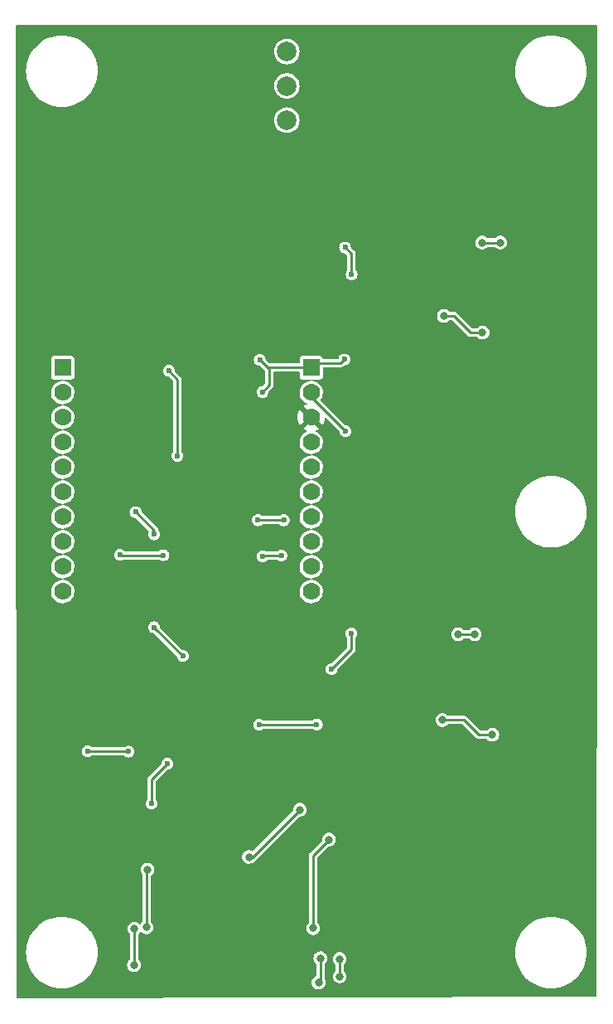
<source format=gbr>
%TF.GenerationSoftware,KiCad,Pcbnew,(6.0.2)*%
%TF.CreationDate,2022-04-01T11:09:41+02:00*%
%TF.ProjectId,cartteFille,63617274-7465-4466-996c-6c652e6b6963,rev?*%
%TF.SameCoordinates,Original*%
%TF.FileFunction,Copper,L2,Bot*%
%TF.FilePolarity,Positive*%
%FSLAX46Y46*%
G04 Gerber Fmt 4.6, Leading zero omitted, Abs format (unit mm)*
G04 Created by KiCad (PCBNEW (6.0.2)) date 2022-04-01 11:09:41*
%MOMM*%
%LPD*%
G01*
G04 APERTURE LIST*
%TA.AperFunction,ComponentPad*%
%ADD10R,1.778000X1.778000*%
%TD*%
%TA.AperFunction,ComponentPad*%
%ADD11C,1.778000*%
%TD*%
%TA.AperFunction,ViaPad*%
%ADD12C,0.800000*%
%TD*%
%TA.AperFunction,ViaPad*%
%ADD13C,0.600000*%
%TD*%
%TA.AperFunction,ViaPad*%
%ADD14C,2.000000*%
%TD*%
%TA.AperFunction,Conductor*%
%ADD15C,0.250000*%
%TD*%
G04 APERTURE END LIST*
D10*
%TO.P,EXT1,1*%
%TO.N,+5V*%
X30492000Y-35280000D03*
D11*
%TO.P,EXT1,2*%
%TO.N,+3V3*%
X30492000Y-37820000D03*
%TO.P,EXT1,3*%
%TO.N,GND*%
X30492000Y-40360000D03*
%TO.P,EXT1,4*%
%TO.N,unconnected-(EXT1-Pad4)*%
X30492000Y-42900000D03*
%TO.P,EXT1,5*%
%TO.N,unconnected-(EXT1-Pad5)*%
X30492000Y-45440000D03*
%TO.P,EXT1,6*%
%TO.N,unconnected-(EXT1-Pad6)*%
X30492000Y-47980000D03*
%TO.P,EXT1,7*%
%TO.N,unconnected-(EXT1-Pad7)*%
X30492000Y-50520000D03*
%TO.P,EXT1,8*%
%TO.N,unconnected-(EXT1-Pad8)*%
X30492000Y-53060000D03*
%TO.P,EXT1,9*%
%TO.N,unconnected-(EXT1-Pad9)*%
X30492000Y-55600000D03*
%TO.P,EXT1,10*%
%TO.N,unconnected-(EXT1-Pad10)*%
X30492000Y-58140000D03*
%TD*%
D10*
%TO.P,EXT2,1*%
%TO.N,unconnected-(EXT2-Pad1)*%
X5092000Y-35280000D03*
D11*
%TO.P,EXT2,2*%
%TO.N,unconnected-(EXT2-Pad2)*%
X5092000Y-37820000D03*
%TO.P,EXT2,3*%
%TO.N,/ADC_CH0-U11RP1*%
X5092000Y-40360000D03*
%TO.P,EXT2,4*%
%TO.N,unconnected-(EXT2-Pad4)*%
X5092000Y-42900000D03*
%TO.P,EXT2,5*%
%TO.N,unconnected-(EXT2-Pad5)*%
X5092000Y-45440000D03*
%TO.P,EXT2,6*%
%TO.N,/GPIO32-INTB*%
X5092000Y-47980000D03*
%TO.P,EXT2,7*%
%TO.N,/I2C_SCL*%
X5092000Y-50520000D03*
%TO.P,EXT2,8*%
%TO.N,unconnected-(EXT2-Pad8)*%
X5092000Y-53060000D03*
%TO.P,EXT2,9*%
%TO.N,unconnected-(EXT2-Pad9)*%
X5092000Y-55600000D03*
%TO.P,EXT2,10*%
%TO.N,/I2C_SDA*%
X5092000Y-58140000D03*
%TD*%
D12*
%TO.N,GND*%
X48010000Y-26300000D03*
D13*
X23990000Y-78960000D03*
D12*
X49010000Y-67400000D03*
D13*
X35990000Y-60970000D03*
X13770000Y-16900000D03*
D12*
X46400000Y-87550000D03*
D13*
X35990000Y-80970000D03*
X46060000Y-21000000D03*
D12*
X46390000Y-96490000D03*
D13*
X13770000Y-43220000D03*
X13990000Y-66000000D03*
X23990000Y-59000000D03*
X36030000Y-44000000D03*
D12*
X26340000Y-87555000D03*
D13*
X12020000Y-72010000D03*
X8060000Y-78000000D03*
X17480000Y-50000000D03*
D12*
X43980000Y-51950000D03*
D13*
X24000000Y-19080000D03*
D12*
X42080000Y-28000000D03*
D13*
X36000000Y-20810000D03*
X22675000Y-8885000D03*
D12*
X41870000Y-69000000D03*
D13*
X22330000Y-5130000D03*
D12*
X26390000Y-95180000D03*
D13*
X24010000Y-39110000D03*
D12*
%TO.N,+3V3*%
X30683200Y-92506800D03*
D13*
X25044400Y-50850800D03*
D12*
X43900000Y-71260000D03*
X48000000Y-31700000D03*
D13*
X34008000Y-41768000D03*
X14440000Y-52290000D03*
X16825000Y-44265000D03*
X17370000Y-64730000D03*
D12*
X32308800Y-83464400D03*
D13*
X11819750Y-74480000D03*
D12*
X44050500Y-30000000D03*
D13*
X14425000Y-61785000D03*
X7630250Y-74450000D03*
D12*
X49000000Y-72760000D03*
D13*
X27686000Y-50850800D03*
X15960000Y-35610000D03*
X12534500Y-50010000D03*
%TO.N,+5V*%
X33950000Y-23000000D03*
X25160000Y-71720000D03*
X15780000Y-75720000D03*
X34604500Y-62413411D03*
X32580000Y-66050000D03*
X14158411Y-79791589D03*
X34620000Y-25750000D03*
X33870000Y-34430000D03*
X25515980Y-37750000D03*
X25230000Y-34490000D03*
X31064200Y-71704200D03*
D12*
%TO.N,/GPIO32-INTB*%
X24130000Y-85242400D03*
D13*
X27434500Y-54480000D03*
D12*
X13639800Y-92430600D03*
D13*
X15390000Y-54420000D03*
D12*
X29337000Y-80416400D03*
D13*
X10940000Y-54390000D03*
X25515991Y-54530000D03*
D12*
X13766800Y-86537800D03*
%TO.N,/I2C_SCL*%
X31419800Y-95580200D03*
X31242000Y-98069400D03*
X12424899Y-92578701D03*
X12369800Y-96266000D03*
%TO.N,/I2C_SDA*%
X33401000Y-95656400D03*
X33401000Y-97434400D03*
D14*
%TO.N,Net-(R14-Pad1)*%
X28000000Y-10000000D03*
%TO.N,Net-(R15-Pad2)*%
X28000000Y-3000000D03*
D12*
%TO.N,/U201P0-S25LED*%
X47950000Y-22500000D03*
X49810000Y-22500000D03*
%TO.N,/U201P4-S27LED*%
X45510000Y-62500000D03*
X47200000Y-62500000D03*
D14*
%TO.N,Net-(R12-Pad1)*%
X28000000Y-6500000D03*
%TD*%
D15*
%TO.N,+3V3*%
X46760000Y-31700000D02*
X48000000Y-31700000D01*
X45060000Y-30000000D02*
X46760000Y-31700000D01*
X11789750Y-74450000D02*
X7630250Y-74450000D01*
X34008000Y-41768000D02*
X30492000Y-38252000D01*
X30683200Y-85090000D02*
X30683200Y-92506800D01*
X14425000Y-61785000D02*
X17370000Y-64730000D01*
X16825000Y-36475000D02*
X16825000Y-44265000D01*
X14440000Y-52290000D02*
X14440000Y-51915500D01*
X30492000Y-38252000D02*
X30492000Y-37820000D01*
X49000000Y-72760000D02*
X47630000Y-72760000D01*
X47630000Y-72760000D02*
X46130000Y-71260000D01*
X15960000Y-35610000D02*
X16825000Y-36475000D01*
X44050500Y-30000000D02*
X45060000Y-30000000D01*
X46130000Y-71260000D02*
X43900000Y-71260000D01*
X14440000Y-51915500D02*
X12534500Y-50010000D01*
X27686000Y-50850800D02*
X25044400Y-50850800D01*
X32308800Y-83464400D02*
X30683200Y-85090000D01*
%TO.N,+5V*%
X33500000Y-34800000D02*
X30972000Y-34800000D01*
X34604500Y-62413411D02*
X34604500Y-64025500D01*
X25230000Y-34500000D02*
X26010000Y-35280000D01*
X30972000Y-34800000D02*
X30492000Y-35280000D01*
X31064200Y-71704200D02*
X31048400Y-71720000D01*
X34620000Y-25750000D02*
X34620000Y-23670000D01*
X26220000Y-37045980D02*
X26220000Y-35490000D01*
X34620000Y-23670000D02*
X33950000Y-23000000D01*
X33870000Y-34430000D02*
X33500000Y-34800000D01*
X15780000Y-75720000D02*
X14158411Y-77341589D01*
X25230000Y-34490000D02*
X25230000Y-34500000D01*
X26220000Y-35490000D02*
X26010000Y-35280000D01*
X34604500Y-64025500D02*
X32580000Y-66050000D01*
X26010000Y-35280000D02*
X30492000Y-35280000D01*
X31048400Y-71720000D02*
X25160000Y-71720000D01*
X25515980Y-37750000D02*
X26220000Y-37045980D01*
X14158411Y-77341589D02*
X14158411Y-79791589D01*
%TO.N,/GPIO32-INTB*%
X13639800Y-86664800D02*
X13766800Y-86537800D01*
X25515991Y-54530000D02*
X25565991Y-54480000D01*
X10940000Y-54390000D02*
X10970000Y-54420000D01*
X24511000Y-85242400D02*
X24130000Y-85242400D01*
X29337000Y-80416400D02*
X24511000Y-85242400D01*
X13639800Y-92430600D02*
X13639800Y-86664800D01*
X10970000Y-54420000D02*
X15390000Y-54420000D01*
X25565991Y-54480000D02*
X27434500Y-54480000D01*
%TO.N,/I2C_SCL*%
X31419800Y-97891600D02*
X31419800Y-95580200D01*
X31242000Y-98069400D02*
X31419800Y-97891600D01*
X12424899Y-96210901D02*
X12424899Y-92578701D01*
X12369800Y-96266000D02*
X12424899Y-96210901D01*
%TO.N,/I2C_SDA*%
X33401000Y-95656400D02*
X33401000Y-97434400D01*
%TO.N,/U201P0-S25LED*%
X47950000Y-22500000D02*
X49810000Y-22500000D01*
%TO.N,/U201P4-S27LED*%
X45510000Y-62500000D02*
X47200000Y-62500000D01*
%TD*%
%TA.AperFunction,Conductor*%
%TO.N,GND*%
G36*
X59673566Y-317313D02*
G01*
X59698876Y-361150D01*
X59700000Y-374000D01*
X59700000Y-49900000D01*
X59670466Y-98770183D01*
X59670045Y-99466219D01*
X59652704Y-99513775D01*
X59608851Y-99539058D01*
X59596220Y-99540174D01*
X454093Y-99679825D01*
X406486Y-99662624D01*
X381073Y-99618847D01*
X379918Y-99605907D01*
X379816Y-99513775D01*
X374823Y-95000000D01*
X1344490Y-95000000D01*
X1344591Y-95001927D01*
X1357764Y-95253277D01*
X1364515Y-95382105D01*
X1364817Y-95384011D01*
X1364817Y-95384012D01*
X1422076Y-95745524D01*
X1424372Y-95760023D01*
X1523403Y-96129615D01*
X1660525Y-96486830D01*
X1834235Y-96827755D01*
X1835287Y-96829374D01*
X1835287Y-96829375D01*
X2018597Y-97111647D01*
X2042630Y-97148655D01*
X2043841Y-97150150D01*
X2043845Y-97150156D01*
X2169321Y-97305105D01*
X2283427Y-97446014D01*
X2553986Y-97716573D01*
X2601138Y-97754756D01*
X2849844Y-97956155D01*
X2849850Y-97956159D01*
X2851345Y-97957370D01*
X2852962Y-97958420D01*
X2852966Y-97958423D01*
X3170625Y-98164713D01*
X3172245Y-98165765D01*
X3513170Y-98339475D01*
X3870385Y-98476597D01*
X4239977Y-98575628D01*
X4241891Y-98575931D01*
X4241895Y-98575932D01*
X4615988Y-98635183D01*
X4617895Y-98635485D01*
X4619818Y-98635586D01*
X4619820Y-98635586D01*
X4903441Y-98650450D01*
X4903455Y-98650450D01*
X4904402Y-98650500D01*
X5095598Y-98650500D01*
X5096545Y-98650450D01*
X5096559Y-98650450D01*
X5380180Y-98635586D01*
X5380182Y-98635586D01*
X5382105Y-98635485D01*
X5384012Y-98635183D01*
X5758105Y-98575932D01*
X5758109Y-98575931D01*
X5760023Y-98575628D01*
X6129615Y-98476597D01*
X6486830Y-98339475D01*
X6827755Y-98165765D01*
X6829375Y-98164713D01*
X6987522Y-98062011D01*
X30536394Y-98062011D01*
X30544163Y-98132385D01*
X30547946Y-98166645D01*
X30554999Y-98230535D01*
X30556532Y-98234724D01*
X30594866Y-98339475D01*
X30613266Y-98389756D01*
X30707830Y-98530483D01*
X30833233Y-98644591D01*
X30982235Y-98725492D01*
X31146233Y-98768516D01*
X31230997Y-98769848D01*
X31311303Y-98771109D01*
X31315760Y-98771179D01*
X31481029Y-98733328D01*
X31485014Y-98731324D01*
X31628512Y-98659152D01*
X31628514Y-98659151D01*
X31632498Y-98657147D01*
X31761423Y-98547034D01*
X31860361Y-98409347D01*
X31866749Y-98393458D01*
X31921938Y-98256171D01*
X31921938Y-98256170D01*
X31923601Y-98252034D01*
X31947490Y-98084178D01*
X31947645Y-98069400D01*
X31927276Y-97901080D01*
X31871985Y-97754756D01*
X31868922Y-97746649D01*
X31868920Y-97746645D01*
X31867345Y-97742477D01*
X31858316Y-97729340D01*
X31845300Y-97687424D01*
X31845300Y-97427011D01*
X32695394Y-97427011D01*
X32713999Y-97595535D01*
X32715532Y-97599724D01*
X32765383Y-97735947D01*
X32772266Y-97754756D01*
X32785431Y-97774347D01*
X32862982Y-97889756D01*
X32866830Y-97895483D01*
X32992233Y-98009591D01*
X33141235Y-98090492D01*
X33305233Y-98133516D01*
X33389997Y-98134848D01*
X33470303Y-98136109D01*
X33474760Y-98136179D01*
X33640029Y-98098328D01*
X33644014Y-98096324D01*
X33787512Y-98024152D01*
X33787514Y-98024151D01*
X33791498Y-98022147D01*
X33920423Y-97912034D01*
X34019361Y-97774347D01*
X34025749Y-97758458D01*
X34080938Y-97621171D01*
X34080938Y-97621170D01*
X34082601Y-97617034D01*
X34106490Y-97449178D01*
X34106645Y-97434400D01*
X34086276Y-97266080D01*
X34026345Y-97107477D01*
X33930312Y-96967749D01*
X33851273Y-96897327D01*
X33827275Y-96852758D01*
X33826500Y-96842076D01*
X33826500Y-96248366D01*
X33843813Y-96200800D01*
X33852441Y-96192096D01*
X33917030Y-96136932D01*
X33920423Y-96134034D01*
X34019361Y-95996347D01*
X34025749Y-95980458D01*
X34080938Y-95843171D01*
X34080938Y-95843170D01*
X34082601Y-95839034D01*
X34106490Y-95671178D01*
X34106645Y-95656400D01*
X34086276Y-95488080D01*
X34026345Y-95329477D01*
X33930312Y-95189749D01*
X33848920Y-95117231D01*
X33807055Y-95079930D01*
X33807052Y-95079928D01*
X33803721Y-95076960D01*
X33659804Y-95000760D01*
X33658369Y-95000000D01*
X51344490Y-95000000D01*
X51344591Y-95001927D01*
X51357764Y-95253277D01*
X51364515Y-95382105D01*
X51364817Y-95384011D01*
X51364817Y-95384012D01*
X51422076Y-95745524D01*
X51424372Y-95760023D01*
X51523403Y-96129615D01*
X51660525Y-96486830D01*
X51834235Y-96827755D01*
X51835287Y-96829374D01*
X51835287Y-96829375D01*
X52018597Y-97111647D01*
X52042630Y-97148655D01*
X52043841Y-97150150D01*
X52043845Y-97150156D01*
X52169321Y-97305105D01*
X52283427Y-97446014D01*
X52553986Y-97716573D01*
X52601138Y-97754756D01*
X52849844Y-97956155D01*
X52849850Y-97956159D01*
X52851345Y-97957370D01*
X52852962Y-97958420D01*
X52852966Y-97958423D01*
X53170625Y-98164713D01*
X53172245Y-98165765D01*
X53513170Y-98339475D01*
X53870385Y-98476597D01*
X54239977Y-98575628D01*
X54241891Y-98575931D01*
X54241895Y-98575932D01*
X54615988Y-98635183D01*
X54617895Y-98635485D01*
X54619818Y-98635586D01*
X54619820Y-98635586D01*
X54903441Y-98650450D01*
X54903455Y-98650450D01*
X54904402Y-98650500D01*
X55095598Y-98650500D01*
X55096545Y-98650450D01*
X55096559Y-98650450D01*
X55380180Y-98635586D01*
X55380182Y-98635586D01*
X55382105Y-98635485D01*
X55384012Y-98635183D01*
X55758105Y-98575932D01*
X55758109Y-98575931D01*
X55760023Y-98575628D01*
X56129615Y-98476597D01*
X56486830Y-98339475D01*
X56827755Y-98165765D01*
X56829375Y-98164713D01*
X57147034Y-97958423D01*
X57147038Y-97958420D01*
X57148655Y-97957370D01*
X57150150Y-97956159D01*
X57150156Y-97956155D01*
X57398862Y-97754756D01*
X57446014Y-97716573D01*
X57716573Y-97446014D01*
X57830679Y-97305105D01*
X57956155Y-97150156D01*
X57956159Y-97150150D01*
X57957370Y-97148655D01*
X57981404Y-97111647D01*
X58164713Y-96829375D01*
X58164713Y-96829374D01*
X58165765Y-96827755D01*
X58339475Y-96486830D01*
X58476597Y-96129615D01*
X58575628Y-95760023D01*
X58577925Y-95745524D01*
X58635183Y-95384012D01*
X58635183Y-95384011D01*
X58635485Y-95382105D01*
X58642237Y-95253277D01*
X58655409Y-95001927D01*
X58655510Y-95000000D01*
X58635485Y-94617895D01*
X58575628Y-94239977D01*
X58476597Y-93870385D01*
X58339475Y-93513170D01*
X58165765Y-93172245D01*
X58137412Y-93128585D01*
X57958423Y-92852966D01*
X57958420Y-92852962D01*
X57957370Y-92851345D01*
X57937783Y-92827156D01*
X57764551Y-92613234D01*
X57716573Y-92553986D01*
X57446014Y-92283427D01*
X57300750Y-92165794D01*
X57150156Y-92043845D01*
X57150150Y-92043841D01*
X57148655Y-92042630D01*
X57140259Y-92037177D01*
X56829375Y-91835287D01*
X56829374Y-91835287D01*
X56827755Y-91834235D01*
X56486830Y-91660525D01*
X56129615Y-91523403D01*
X55760023Y-91424372D01*
X55758109Y-91424069D01*
X55758105Y-91424068D01*
X55384012Y-91364817D01*
X55384011Y-91364817D01*
X55382105Y-91364515D01*
X55380182Y-91364414D01*
X55380180Y-91364414D01*
X55096559Y-91349550D01*
X55096545Y-91349550D01*
X55095598Y-91349500D01*
X54904402Y-91349500D01*
X54903455Y-91349550D01*
X54903441Y-91349550D01*
X54619820Y-91364414D01*
X54619818Y-91364414D01*
X54617895Y-91364515D01*
X54615989Y-91364817D01*
X54615988Y-91364817D01*
X54241895Y-91424068D01*
X54241891Y-91424069D01*
X54239977Y-91424372D01*
X53870385Y-91523403D01*
X53513170Y-91660525D01*
X53172245Y-91834235D01*
X53170626Y-91835287D01*
X53170625Y-91835287D01*
X52859742Y-92037177D01*
X52851345Y-92042630D01*
X52849850Y-92043841D01*
X52849844Y-92043845D01*
X52699250Y-92165794D01*
X52553986Y-92283427D01*
X52283427Y-92553986D01*
X52235449Y-92613234D01*
X52062218Y-92827156D01*
X52042630Y-92851345D01*
X52041580Y-92852962D01*
X52041577Y-92852966D01*
X51862588Y-93128585D01*
X51834235Y-93172245D01*
X51660525Y-93513170D01*
X51523403Y-93870385D01*
X51424372Y-94239977D01*
X51364515Y-94617895D01*
X51344490Y-95000000D01*
X33658369Y-95000000D01*
X33657821Y-94999710D01*
X33657820Y-94999710D01*
X33653881Y-94997624D01*
X33649554Y-94996537D01*
X33493769Y-94957406D01*
X33493768Y-94957406D01*
X33489441Y-94956319D01*
X33404078Y-94955872D01*
X33324354Y-94955454D01*
X33324351Y-94955454D01*
X33319895Y-94955431D01*
X33315560Y-94956472D01*
X33315558Y-94956472D01*
X33260126Y-94969781D01*
X33155032Y-94995012D01*
X33004369Y-95072775D01*
X33001011Y-95075704D01*
X33001010Y-95075705D01*
X32957629Y-95113549D01*
X32876604Y-95184231D01*
X32779113Y-95322947D01*
X32717524Y-95480913D01*
X32695394Y-95649011D01*
X32703537Y-95722768D01*
X32712398Y-95803031D01*
X32713999Y-95817535D01*
X32715532Y-95821724D01*
X32756088Y-95932547D01*
X32772266Y-95976756D01*
X32785431Y-95996347D01*
X32850720Y-96093508D01*
X32866830Y-96117483D01*
X32885020Y-96134034D01*
X32951303Y-96194347D01*
X32974833Y-96239165D01*
X32975500Y-96249080D01*
X32975500Y-96842313D01*
X32958187Y-96889879D01*
X32950145Y-96898077D01*
X32879972Y-96959292D01*
X32879968Y-96959296D01*
X32876604Y-96962231D01*
X32779113Y-97100947D01*
X32717524Y-97258913D01*
X32706459Y-97342962D01*
X32697778Y-97408906D01*
X32695394Y-97427011D01*
X31845300Y-97427011D01*
X31845300Y-96172166D01*
X31862613Y-96124600D01*
X31871241Y-96115896D01*
X31935830Y-96060732D01*
X31939223Y-96057834D01*
X32021562Y-95943247D01*
X32035557Y-95923771D01*
X32035557Y-95923770D01*
X32038161Y-95920147D01*
X32044549Y-95904258D01*
X32099738Y-95766971D01*
X32099738Y-95766970D01*
X32101401Y-95762834D01*
X32125290Y-95594978D01*
X32125445Y-95580200D01*
X32105076Y-95411880D01*
X32045145Y-95253277D01*
X31949112Y-95113549D01*
X31901053Y-95070730D01*
X31825855Y-95003730D01*
X31825852Y-95003728D01*
X31822521Y-95000760D01*
X31672681Y-94921424D01*
X31668354Y-94920337D01*
X31512569Y-94881206D01*
X31512568Y-94881206D01*
X31508241Y-94880119D01*
X31422878Y-94879672D01*
X31343154Y-94879254D01*
X31343151Y-94879254D01*
X31338695Y-94879231D01*
X31334360Y-94880272D01*
X31334358Y-94880272D01*
X31278926Y-94893581D01*
X31173832Y-94918812D01*
X31023169Y-94996575D01*
X31019811Y-94999504D01*
X31019810Y-94999505D01*
X30931022Y-95076960D01*
X30895404Y-95108031D01*
X30797913Y-95246747D01*
X30736324Y-95404713D01*
X30714194Y-95572811D01*
X30732799Y-95741335D01*
X30734332Y-95745524D01*
X30746224Y-95778019D01*
X30791066Y-95900556D01*
X30815357Y-95936705D01*
X30857870Y-95999971D01*
X30885630Y-96041283D01*
X30903820Y-96057834D01*
X30970103Y-96118147D01*
X30993633Y-96162965D01*
X30994300Y-96172880D01*
X30994300Y-97363825D01*
X30976987Y-97411391D01*
X30954242Y-97429582D01*
X30845369Y-97485775D01*
X30717604Y-97597231D01*
X30620113Y-97735947D01*
X30558524Y-97893913D01*
X30536394Y-98062011D01*
X6987522Y-98062011D01*
X7147034Y-97958423D01*
X7147038Y-97958420D01*
X7148655Y-97957370D01*
X7150150Y-97956159D01*
X7150156Y-97956155D01*
X7398862Y-97754756D01*
X7446014Y-97716573D01*
X7716573Y-97446014D01*
X7830679Y-97305105D01*
X7956155Y-97150156D01*
X7956159Y-97150150D01*
X7957370Y-97148655D01*
X7981404Y-97111647D01*
X8164713Y-96829375D01*
X8164713Y-96829374D01*
X8165765Y-96827755D01*
X8339475Y-96486830D01*
X8427080Y-96258611D01*
X11664194Y-96258611D01*
X11682799Y-96427135D01*
X11684332Y-96431324D01*
X11703984Y-96485024D01*
X11741066Y-96586356D01*
X11835630Y-96727083D01*
X11961033Y-96841191D01*
X12110035Y-96922092D01*
X12274033Y-96965116D01*
X12358796Y-96966447D01*
X12439103Y-96967709D01*
X12443560Y-96967779D01*
X12608829Y-96929928D01*
X12612814Y-96927924D01*
X12756312Y-96855752D01*
X12756314Y-96855751D01*
X12760298Y-96853747D01*
X12889223Y-96743634D01*
X12988161Y-96605947D01*
X12994549Y-96590058D01*
X13049738Y-96452771D01*
X13049738Y-96452770D01*
X13051401Y-96448634D01*
X13075290Y-96280778D01*
X13075445Y-96266000D01*
X13055076Y-96097680D01*
X12995145Y-95939077D01*
X12899112Y-95799349D01*
X12875172Y-95778019D01*
X12851174Y-95733450D01*
X12850399Y-95722768D01*
X12850399Y-93170667D01*
X12867712Y-93123101D01*
X12876340Y-93114397D01*
X12899582Y-93094547D01*
X12944322Y-93056335D01*
X13031167Y-92935477D01*
X13072983Y-92906952D01*
X13123352Y-92911979D01*
X13141064Y-92923926D01*
X13203579Y-92980810D01*
X13231033Y-93005791D01*
X13380035Y-93086692D01*
X13384346Y-93087823D01*
X13413701Y-93095524D01*
X13544033Y-93129716D01*
X13628796Y-93131047D01*
X13709103Y-93132309D01*
X13713560Y-93132379D01*
X13878829Y-93094528D01*
X13882814Y-93092524D01*
X14026312Y-93020352D01*
X14026314Y-93020351D01*
X14030298Y-93018347D01*
X14159223Y-92908234D01*
X14258161Y-92770547D01*
X14289106Y-92693571D01*
X14319738Y-92617371D01*
X14319738Y-92617370D01*
X14321401Y-92613234D01*
X14337600Y-92499411D01*
X29977594Y-92499411D01*
X29996199Y-92667935D01*
X29997732Y-92672124D01*
X30005581Y-92693571D01*
X30054466Y-92827156D01*
X30149030Y-92967883D01*
X30274433Y-93081991D01*
X30278351Y-93084118D01*
X30278352Y-93084119D01*
X30283091Y-93086692D01*
X30423435Y-93162892D01*
X30587433Y-93205916D01*
X30672197Y-93207248D01*
X30752503Y-93208509D01*
X30756960Y-93208579D01*
X30922229Y-93170728D01*
X30926214Y-93168724D01*
X31069712Y-93096552D01*
X31069714Y-93096551D01*
X31073698Y-93094547D01*
X31202623Y-92984434D01*
X31301561Y-92846747D01*
X31307949Y-92830858D01*
X31363138Y-92693571D01*
X31363138Y-92693570D01*
X31364801Y-92689434D01*
X31388690Y-92521578D01*
X31388845Y-92506800D01*
X31368476Y-92338480D01*
X31308545Y-92179877D01*
X31243999Y-92085962D01*
X31215043Y-92043831D01*
X31215041Y-92043829D01*
X31212512Y-92040149D01*
X31133473Y-91969727D01*
X31109475Y-91925158D01*
X31108700Y-91914476D01*
X31108700Y-85296900D01*
X31126013Y-85249334D01*
X31130374Y-85244574D01*
X32189300Y-84185648D01*
X32235176Y-84164256D01*
X32242780Y-84163983D01*
X32374074Y-84166046D01*
X32378103Y-84166109D01*
X32382560Y-84166179D01*
X32547829Y-84128328D01*
X32699298Y-84052147D01*
X32828223Y-83942034D01*
X32927161Y-83804347D01*
X32990401Y-83647034D01*
X33014290Y-83479178D01*
X33014445Y-83464400D01*
X32994076Y-83296080D01*
X32934145Y-83137477D01*
X32838112Y-82997749D01*
X32791550Y-82956263D01*
X32714855Y-82887930D01*
X32714852Y-82887928D01*
X32711521Y-82884960D01*
X32561681Y-82805624D01*
X32557354Y-82804537D01*
X32401569Y-82765406D01*
X32401568Y-82765406D01*
X32397241Y-82764319D01*
X32311878Y-82763872D01*
X32232154Y-82763454D01*
X32232151Y-82763454D01*
X32227695Y-82763431D01*
X32223360Y-82764472D01*
X32223358Y-82764472D01*
X32167926Y-82777781D01*
X32062832Y-82803012D01*
X31912169Y-82880775D01*
X31908811Y-82883704D01*
X31908810Y-82883705D01*
X31907372Y-82884960D01*
X31784404Y-82992231D01*
X31686913Y-83130947D01*
X31625324Y-83288913D01*
X31603194Y-83457011D01*
X31604010Y-83464400D01*
X31610355Y-83521878D01*
X31598366Y-83571057D01*
X31589128Y-83582324D01*
X30334672Y-84836780D01*
X30321920Y-84861807D01*
X30315859Y-84871697D01*
X30299351Y-84894419D01*
X30297552Y-84899956D01*
X30290674Y-84921123D01*
X30286231Y-84931850D01*
X30273481Y-84956874D01*
X30272570Y-84962628D01*
X30269088Y-84984611D01*
X30266377Y-84995901D01*
X30257700Y-85022607D01*
X30257700Y-91914713D01*
X30240387Y-91962279D01*
X30232345Y-91970477D01*
X30162172Y-92031692D01*
X30162168Y-92031696D01*
X30158804Y-92034631D01*
X30061313Y-92173347D01*
X29999724Y-92331313D01*
X29977594Y-92499411D01*
X14337600Y-92499411D01*
X14345290Y-92445378D01*
X14345445Y-92430600D01*
X14325076Y-92262280D01*
X14265145Y-92103677D01*
X14195423Y-92002231D01*
X14171643Y-91967631D01*
X14171641Y-91967629D01*
X14169112Y-91963949D01*
X14090073Y-91893527D01*
X14066075Y-91848958D01*
X14065300Y-91838276D01*
X14065300Y-87217432D01*
X14082613Y-87169866D01*
X14106050Y-87151322D01*
X14153317Y-87127549D01*
X14157298Y-87125547D01*
X14286223Y-87015434D01*
X14385161Y-86877747D01*
X14391549Y-86861858D01*
X14446738Y-86724571D01*
X14446738Y-86724570D01*
X14448401Y-86720434D01*
X14472290Y-86552578D01*
X14472445Y-86537800D01*
X14452076Y-86369480D01*
X14392145Y-86210877D01*
X14296112Y-86071149D01*
X14249550Y-86029663D01*
X14172855Y-85961330D01*
X14172852Y-85961328D01*
X14169521Y-85958360D01*
X14056450Y-85898492D01*
X14023621Y-85881110D01*
X14023620Y-85881110D01*
X14019681Y-85879024D01*
X14015354Y-85877937D01*
X13859569Y-85838806D01*
X13859568Y-85838806D01*
X13855241Y-85837719D01*
X13769878Y-85837272D01*
X13690154Y-85836854D01*
X13690151Y-85836854D01*
X13685695Y-85836831D01*
X13681360Y-85837872D01*
X13681358Y-85837872D01*
X13625926Y-85851181D01*
X13520832Y-85876412D01*
X13370169Y-85954175D01*
X13366811Y-85957104D01*
X13366810Y-85957105D01*
X13365372Y-85958360D01*
X13242404Y-86065631D01*
X13144913Y-86204347D01*
X13083324Y-86362313D01*
X13061194Y-86530411D01*
X13079799Y-86698935D01*
X13081332Y-86703124D01*
X13089181Y-86724571D01*
X13138066Y-86858156D01*
X13151231Y-86877747D01*
X13201721Y-86952885D01*
X13214300Y-86994158D01*
X13214300Y-91838513D01*
X13196987Y-91886079D01*
X13188945Y-91894277D01*
X13118772Y-91955492D01*
X13118768Y-91955496D01*
X13115404Y-91958431D01*
X13112836Y-91962085D01*
X13112835Y-91962086D01*
X13034700Y-92073261D01*
X12993185Y-92102223D01*
X12942766Y-92097723D01*
X12924932Y-92085964D01*
X12873511Y-92040149D01*
X12830954Y-92002231D01*
X12830951Y-92002229D01*
X12827620Y-91999261D01*
X12728981Y-91947035D01*
X12681720Y-91922011D01*
X12681719Y-91922011D01*
X12677780Y-91919925D01*
X12673453Y-91918838D01*
X12517668Y-91879707D01*
X12517667Y-91879707D01*
X12513340Y-91878620D01*
X12427977Y-91878173D01*
X12348253Y-91877755D01*
X12348250Y-91877755D01*
X12343794Y-91877732D01*
X12339459Y-91878773D01*
X12339457Y-91878773D01*
X12309027Y-91886079D01*
X12178931Y-91917313D01*
X12028268Y-91995076D01*
X12024910Y-91998005D01*
X12024909Y-91998006D01*
X11905443Y-92102223D01*
X11900503Y-92106532D01*
X11803012Y-92245248D01*
X11741423Y-92403214D01*
X11719293Y-92571312D01*
X11719783Y-92575747D01*
X11732334Y-92689434D01*
X11737898Y-92739836D01*
X11739431Y-92744025D01*
X11778705Y-92851345D01*
X11796165Y-92899057D01*
X11802332Y-92908234D01*
X11865870Y-93002789D01*
X11890729Y-93039784D01*
X11953117Y-93096552D01*
X11975202Y-93116648D01*
X11998732Y-93161466D01*
X11999399Y-93171381D01*
X11999399Y-95626016D01*
X11982086Y-95673582D01*
X11972809Y-95681962D01*
X11973169Y-95682375D01*
X11863530Y-95778019D01*
X11845404Y-95793831D01*
X11842836Y-95797485D01*
X11842835Y-95797486D01*
X11816736Y-95834621D01*
X11747913Y-95932547D01*
X11686324Y-96090513D01*
X11680213Y-96136932D01*
X11665449Y-96249080D01*
X11664194Y-96258611D01*
X8427080Y-96258611D01*
X8476597Y-96129615D01*
X8575628Y-95760023D01*
X8577925Y-95745524D01*
X8635183Y-95384012D01*
X8635183Y-95384011D01*
X8635485Y-95382105D01*
X8642237Y-95253277D01*
X8655409Y-95001927D01*
X8655510Y-95000000D01*
X8635485Y-94617895D01*
X8575628Y-94239977D01*
X8476597Y-93870385D01*
X8339475Y-93513170D01*
X8165765Y-93172245D01*
X8137412Y-93128585D01*
X7958423Y-92852966D01*
X7958420Y-92852962D01*
X7957370Y-92851345D01*
X7937783Y-92827156D01*
X7764551Y-92613234D01*
X7716573Y-92553986D01*
X7446014Y-92283427D01*
X7300750Y-92165794D01*
X7150156Y-92043845D01*
X7150150Y-92043841D01*
X7148655Y-92042630D01*
X7140259Y-92037177D01*
X6829375Y-91835287D01*
X6829374Y-91835287D01*
X6827755Y-91834235D01*
X6486830Y-91660525D01*
X6129615Y-91523403D01*
X5760023Y-91424372D01*
X5758109Y-91424069D01*
X5758105Y-91424068D01*
X5384012Y-91364817D01*
X5384011Y-91364817D01*
X5382105Y-91364515D01*
X5380182Y-91364414D01*
X5380180Y-91364414D01*
X5096559Y-91349550D01*
X5096545Y-91349550D01*
X5095598Y-91349500D01*
X4904402Y-91349500D01*
X4903455Y-91349550D01*
X4903441Y-91349550D01*
X4619820Y-91364414D01*
X4619818Y-91364414D01*
X4617895Y-91364515D01*
X4615989Y-91364817D01*
X4615988Y-91364817D01*
X4241895Y-91424068D01*
X4241891Y-91424069D01*
X4239977Y-91424372D01*
X3870385Y-91523403D01*
X3513170Y-91660525D01*
X3172245Y-91834235D01*
X3170626Y-91835287D01*
X3170625Y-91835287D01*
X2859742Y-92037177D01*
X2851345Y-92042630D01*
X2849850Y-92043841D01*
X2849844Y-92043845D01*
X2699250Y-92165794D01*
X2553986Y-92283427D01*
X2283427Y-92553986D01*
X2235449Y-92613234D01*
X2062218Y-92827156D01*
X2042630Y-92851345D01*
X2041580Y-92852962D01*
X2041577Y-92852966D01*
X1862588Y-93128585D01*
X1834235Y-93172245D01*
X1660525Y-93513170D01*
X1523403Y-93870385D01*
X1424372Y-94239977D01*
X1364515Y-94617895D01*
X1344490Y-95000000D01*
X374823Y-95000000D01*
X364021Y-85235011D01*
X23424394Y-85235011D01*
X23442999Y-85403535D01*
X23501266Y-85562756D01*
X23595830Y-85703483D01*
X23721233Y-85817591D01*
X23870235Y-85898492D01*
X24034233Y-85941516D01*
X24118996Y-85942847D01*
X24199303Y-85944109D01*
X24203760Y-85944179D01*
X24369029Y-85906328D01*
X24373014Y-85904324D01*
X24516512Y-85832152D01*
X24516514Y-85832151D01*
X24520498Y-85830147D01*
X24649423Y-85720034D01*
X24718987Y-85623226D01*
X24745486Y-85600474D01*
X24759030Y-85593573D01*
X24759032Y-85593571D01*
X24764220Y-85590928D01*
X29217500Y-81137648D01*
X29263376Y-81116256D01*
X29270980Y-81115983D01*
X29402274Y-81118046D01*
X29406303Y-81118109D01*
X29410760Y-81118179D01*
X29576029Y-81080328D01*
X29727498Y-81004147D01*
X29856423Y-80894034D01*
X29955361Y-80756347D01*
X30018601Y-80599034D01*
X30042490Y-80431178D01*
X30042645Y-80416400D01*
X30022276Y-80248080D01*
X29962345Y-80089477D01*
X29866312Y-79949749D01*
X29819750Y-79908263D01*
X29743055Y-79839930D01*
X29743052Y-79839928D01*
X29739721Y-79836960D01*
X29589881Y-79757624D01*
X29585554Y-79756537D01*
X29429769Y-79717406D01*
X29429768Y-79717406D01*
X29425441Y-79716319D01*
X29340078Y-79715872D01*
X29260354Y-79715454D01*
X29260351Y-79715454D01*
X29255895Y-79715431D01*
X29251560Y-79716472D01*
X29251558Y-79716472D01*
X29196126Y-79729781D01*
X29091032Y-79755012D01*
X28940369Y-79832775D01*
X28937011Y-79835704D01*
X28937010Y-79835705D01*
X28935572Y-79836960D01*
X28812604Y-79944231D01*
X28715113Y-80082947D01*
X28653524Y-80240913D01*
X28644011Y-80313173D01*
X28632940Y-80397271D01*
X28631394Y-80409011D01*
X28632210Y-80416400D01*
X28638555Y-80473878D01*
X28626566Y-80523057D01*
X28617328Y-80534324D01*
X24542583Y-84609069D01*
X24496707Y-84630461D01*
X24455631Y-84622142D01*
X24386825Y-84585712D01*
X24386823Y-84585711D01*
X24382881Y-84583624D01*
X24378554Y-84582537D01*
X24222769Y-84543406D01*
X24222768Y-84543406D01*
X24218441Y-84542319D01*
X24133078Y-84541872D01*
X24053354Y-84541454D01*
X24053351Y-84541454D01*
X24048895Y-84541431D01*
X24044560Y-84542472D01*
X24044558Y-84542472D01*
X23989126Y-84555781D01*
X23884032Y-84581012D01*
X23733369Y-84658775D01*
X23605604Y-84770231D01*
X23508113Y-84908947D01*
X23446524Y-85066913D01*
X23424394Y-85235011D01*
X364021Y-85235011D01*
X358000Y-79791589D01*
X13552729Y-79791589D01*
X13573367Y-79948351D01*
X13633875Y-80094430D01*
X13636825Y-80098274D01*
X13636827Y-80098278D01*
X13727174Y-80216020D01*
X13730129Y-80219871D01*
X13733980Y-80222826D01*
X13851722Y-80313173D01*
X13851726Y-80313175D01*
X13855570Y-80316125D01*
X14001649Y-80376633D01*
X14006451Y-80377265D01*
X14006454Y-80377266D01*
X14153603Y-80396638D01*
X14158411Y-80397271D01*
X14163219Y-80396638D01*
X14310368Y-80377266D01*
X14310371Y-80377265D01*
X14315173Y-80376633D01*
X14461252Y-80316125D01*
X14465096Y-80313175D01*
X14465100Y-80313173D01*
X14582842Y-80222826D01*
X14586693Y-80219871D01*
X14589648Y-80216020D01*
X14679995Y-80098278D01*
X14679997Y-80098274D01*
X14682947Y-80094430D01*
X14743455Y-79948351D01*
X14764093Y-79791589D01*
X14759896Y-79759710D01*
X14744088Y-79639632D01*
X14744087Y-79639629D01*
X14743455Y-79634827D01*
X14682947Y-79488748D01*
X14679997Y-79484904D01*
X14679995Y-79484900D01*
X14599203Y-79379610D01*
X14583911Y-79334562D01*
X14583911Y-77548489D01*
X14601224Y-77500923D01*
X14605585Y-77496163D01*
X15757706Y-76344041D01*
X15800373Y-76323000D01*
X15931957Y-76305677D01*
X15931960Y-76305676D01*
X15936762Y-76305044D01*
X16082841Y-76244536D01*
X16086685Y-76241586D01*
X16086689Y-76241584D01*
X16204431Y-76151237D01*
X16208282Y-76148282D01*
X16211237Y-76144431D01*
X16301584Y-76026689D01*
X16301586Y-76026685D01*
X16304536Y-76022841D01*
X16365044Y-75876762D01*
X16385682Y-75720000D01*
X16365044Y-75563238D01*
X16304536Y-75417159D01*
X16301586Y-75413315D01*
X16301584Y-75413311D01*
X16211237Y-75295569D01*
X16208282Y-75291718D01*
X16204431Y-75288763D01*
X16086689Y-75198416D01*
X16086685Y-75198414D01*
X16082841Y-75195464D01*
X15936762Y-75134956D01*
X15931960Y-75134324D01*
X15931957Y-75134323D01*
X15784808Y-75114951D01*
X15780000Y-75114318D01*
X15775192Y-75114951D01*
X15628043Y-75134323D01*
X15628040Y-75134324D01*
X15623238Y-75134956D01*
X15477159Y-75195464D01*
X15473315Y-75198414D01*
X15473311Y-75198416D01*
X15355569Y-75288763D01*
X15351718Y-75291718D01*
X15348763Y-75295569D01*
X15258416Y-75413311D01*
X15258414Y-75413315D01*
X15255464Y-75417159D01*
X15194956Y-75563238D01*
X15194324Y-75568040D01*
X15194323Y-75568043D01*
X15177000Y-75699627D01*
X15155959Y-75742294D01*
X13905191Y-76993061D01*
X13809883Y-77088369D01*
X13797131Y-77113396D01*
X13791070Y-77123286D01*
X13774562Y-77146008D01*
X13772763Y-77151545D01*
X13765885Y-77172712D01*
X13761442Y-77183439D01*
X13748692Y-77208463D01*
X13747781Y-77214217D01*
X13744299Y-77236200D01*
X13741588Y-77247490D01*
X13732911Y-77274196D01*
X13732911Y-79334562D01*
X13717619Y-79379610D01*
X13636827Y-79484900D01*
X13636825Y-79484904D01*
X13633875Y-79488748D01*
X13573367Y-79634827D01*
X13572735Y-79639629D01*
X13572734Y-79639632D01*
X13556926Y-79759710D01*
X13552729Y-79791589D01*
X358000Y-79791589D01*
X352092Y-74450000D01*
X7024568Y-74450000D01*
X7025201Y-74454808D01*
X7029151Y-74484808D01*
X7045206Y-74606762D01*
X7105714Y-74752841D01*
X7108664Y-74756685D01*
X7108666Y-74756689D01*
X7131686Y-74786689D01*
X7201968Y-74878282D01*
X7205819Y-74881237D01*
X7323561Y-74971584D01*
X7323565Y-74971586D01*
X7327409Y-74974536D01*
X7473488Y-75035044D01*
X7478290Y-75035676D01*
X7478293Y-75035677D01*
X7625442Y-75055049D01*
X7630250Y-75055682D01*
X7635058Y-75055049D01*
X7782207Y-75035677D01*
X7782210Y-75035676D01*
X7787012Y-75035044D01*
X7933091Y-74974536D01*
X7936935Y-74971586D01*
X7936939Y-74971584D01*
X8042229Y-74890792D01*
X8087277Y-74875500D01*
X11329820Y-74875500D01*
X11377386Y-74892813D01*
X11388432Y-74904350D01*
X11388513Y-74904431D01*
X11391468Y-74908282D01*
X11395318Y-74911236D01*
X11513061Y-75001584D01*
X11513065Y-75001586D01*
X11516909Y-75004536D01*
X11662988Y-75065044D01*
X11667790Y-75065676D01*
X11667793Y-75065677D01*
X11814942Y-75085049D01*
X11819750Y-75085682D01*
X11824558Y-75085049D01*
X11971707Y-75065677D01*
X11971710Y-75065676D01*
X11976512Y-75065044D01*
X12122591Y-75004536D01*
X12126435Y-75001586D01*
X12126439Y-75001584D01*
X12244181Y-74911237D01*
X12244182Y-74911236D01*
X12248032Y-74908282D01*
X12271052Y-74878282D01*
X12341334Y-74786689D01*
X12341336Y-74786685D01*
X12344286Y-74782841D01*
X12404794Y-74636762D01*
X12425432Y-74480000D01*
X12422115Y-74454808D01*
X12405427Y-74328043D01*
X12405426Y-74328040D01*
X12404794Y-74323238D01*
X12344286Y-74177159D01*
X12341336Y-74173315D01*
X12341334Y-74173311D01*
X12250987Y-74055569D01*
X12248032Y-74051718D01*
X12192632Y-74009208D01*
X12126439Y-73958416D01*
X12126435Y-73958414D01*
X12122591Y-73955464D01*
X11976512Y-73894956D01*
X11971710Y-73894324D01*
X11971707Y-73894323D01*
X11824558Y-73874951D01*
X11819750Y-73874318D01*
X11814942Y-73874951D01*
X11667793Y-73894323D01*
X11667790Y-73894324D01*
X11662988Y-73894956D01*
X11516909Y-73955464D01*
X11513064Y-73958414D01*
X11513061Y-73958416D01*
X11446868Y-74009208D01*
X11401820Y-74024500D01*
X8087277Y-74024500D01*
X8042229Y-74009208D01*
X7936939Y-73928416D01*
X7936935Y-73928414D01*
X7933091Y-73925464D01*
X7787012Y-73864956D01*
X7782210Y-73864324D01*
X7782207Y-73864323D01*
X7635058Y-73844951D01*
X7630250Y-73844318D01*
X7625442Y-73844951D01*
X7478293Y-73864323D01*
X7478290Y-73864324D01*
X7473488Y-73864956D01*
X7327409Y-73925464D01*
X7323565Y-73928414D01*
X7323561Y-73928416D01*
X7218271Y-74009208D01*
X7201968Y-74021718D01*
X7199013Y-74025569D01*
X7108666Y-74143311D01*
X7108664Y-74143315D01*
X7105714Y-74147159D01*
X7045206Y-74293238D01*
X7024568Y-74450000D01*
X352092Y-74450000D01*
X349072Y-71720000D01*
X24554318Y-71720000D01*
X24554951Y-71724808D01*
X24570755Y-71844850D01*
X24574956Y-71876762D01*
X24635464Y-72022841D01*
X24638414Y-72026685D01*
X24638416Y-72026689D01*
X24695609Y-72101224D01*
X24731718Y-72148282D01*
X24735569Y-72151237D01*
X24853311Y-72241584D01*
X24853315Y-72241586D01*
X24857159Y-72244536D01*
X25003238Y-72305044D01*
X25008040Y-72305676D01*
X25008043Y-72305677D01*
X25155192Y-72325049D01*
X25160000Y-72325682D01*
X25164808Y-72325049D01*
X25311957Y-72305677D01*
X25311960Y-72305676D01*
X25316762Y-72305044D01*
X25462841Y-72244536D01*
X25466685Y-72241586D01*
X25466689Y-72241584D01*
X25571979Y-72160792D01*
X25617027Y-72145500D01*
X30627764Y-72145500D01*
X30672812Y-72160792D01*
X30757511Y-72225784D01*
X30757514Y-72225786D01*
X30761359Y-72228736D01*
X30907438Y-72289244D01*
X30912240Y-72289876D01*
X30912243Y-72289877D01*
X31059392Y-72309249D01*
X31064200Y-72309882D01*
X31069008Y-72309249D01*
X31216157Y-72289877D01*
X31216160Y-72289876D01*
X31220962Y-72289244D01*
X31367041Y-72228736D01*
X31370885Y-72225786D01*
X31370889Y-72225784D01*
X31488631Y-72135437D01*
X31492482Y-72132482D01*
X31495437Y-72128631D01*
X31585784Y-72010889D01*
X31585786Y-72010885D01*
X31588736Y-72007041D01*
X31649244Y-71860962D01*
X31651366Y-71844850D01*
X31669249Y-71709008D01*
X31669882Y-71704200D01*
X31653578Y-71580356D01*
X31649877Y-71552243D01*
X31649876Y-71552240D01*
X31649244Y-71547438D01*
X31588736Y-71401359D01*
X31585786Y-71397515D01*
X31585784Y-71397511D01*
X31495437Y-71279769D01*
X31492482Y-71275918D01*
X31488631Y-71272963D01*
X31462108Y-71252611D01*
X43194394Y-71252611D01*
X43199019Y-71294500D01*
X43210816Y-71401359D01*
X43212999Y-71421135D01*
X43214532Y-71425324D01*
X43265002Y-71563238D01*
X43271266Y-71580356D01*
X43273754Y-71584058D01*
X43356484Y-71707174D01*
X43365830Y-71721083D01*
X43491233Y-71835191D01*
X43640235Y-71916092D01*
X43804233Y-71959116D01*
X43888996Y-71960447D01*
X43969303Y-71961709D01*
X43973760Y-71961779D01*
X44139029Y-71923928D01*
X44143014Y-71921924D01*
X44286512Y-71849752D01*
X44286514Y-71849751D01*
X44290498Y-71847747D01*
X44419423Y-71737634D01*
X44434740Y-71716318D01*
X44476556Y-71687793D01*
X44494834Y-71685500D01*
X45923100Y-71685500D01*
X45970666Y-71702813D01*
X45975426Y-71707174D01*
X47376780Y-73108528D01*
X47401807Y-73121280D01*
X47411697Y-73127341D01*
X47434419Y-73143849D01*
X47439957Y-73145648D01*
X47439956Y-73145648D01*
X47461123Y-73152526D01*
X47471850Y-73156969D01*
X47491684Y-73167075D01*
X47491686Y-73167076D01*
X47496874Y-73169719D01*
X47524613Y-73174112D01*
X47535902Y-73176823D01*
X47557066Y-73183700D01*
X47557068Y-73183700D01*
X47562607Y-73185500D01*
X48402490Y-73185500D01*
X48450056Y-73202813D01*
X48460251Y-73214156D01*
X48460427Y-73214004D01*
X48463344Y-73217383D01*
X48465830Y-73221083D01*
X48591233Y-73335191D01*
X48740235Y-73416092D01*
X48904233Y-73459116D01*
X48988996Y-73460447D01*
X49069303Y-73461709D01*
X49073760Y-73461779D01*
X49239029Y-73423928D01*
X49243014Y-73421924D01*
X49386512Y-73349752D01*
X49386514Y-73349751D01*
X49390498Y-73347747D01*
X49519423Y-73237634D01*
X49586814Y-73143849D01*
X49615757Y-73103571D01*
X49615757Y-73103570D01*
X49618361Y-73099947D01*
X49681601Y-72942634D01*
X49705490Y-72774778D01*
X49705645Y-72760000D01*
X49685276Y-72591680D01*
X49625345Y-72433077D01*
X49590721Y-72382699D01*
X49531843Y-72297031D01*
X49531841Y-72297029D01*
X49529312Y-72293349D01*
X49453479Y-72225784D01*
X49406055Y-72183530D01*
X49406052Y-72183528D01*
X49402721Y-72180560D01*
X49252881Y-72101224D01*
X49248554Y-72100137D01*
X49092769Y-72061006D01*
X49092768Y-72061006D01*
X49088441Y-72059919D01*
X49003078Y-72059472D01*
X48923354Y-72059054D01*
X48923351Y-72059054D01*
X48918895Y-72059031D01*
X48914560Y-72060072D01*
X48914558Y-72060072D01*
X48859126Y-72073381D01*
X48754032Y-72098612D01*
X48603369Y-72176375D01*
X48600011Y-72179304D01*
X48600010Y-72179305D01*
X48523108Y-72246391D01*
X48475604Y-72287831D01*
X48473036Y-72291485D01*
X48473035Y-72291486D01*
X48464908Y-72303050D01*
X48423393Y-72332012D01*
X48404365Y-72334500D01*
X47836900Y-72334500D01*
X47789334Y-72317187D01*
X47784574Y-72312826D01*
X46383220Y-70911472D01*
X46358193Y-70898720D01*
X46348301Y-70892658D01*
X46330290Y-70879572D01*
X46330289Y-70879571D01*
X46325581Y-70876151D01*
X46298878Y-70867474D01*
X46288150Y-70863031D01*
X46268316Y-70852925D01*
X46268314Y-70852924D01*
X46263126Y-70850281D01*
X46235387Y-70845888D01*
X46224098Y-70843177D01*
X46202934Y-70836300D01*
X46202932Y-70836300D01*
X46197393Y-70834500D01*
X44496528Y-70834500D01*
X44448962Y-70817187D01*
X44435542Y-70802413D01*
X44431838Y-70797024D01*
X44431837Y-70797023D01*
X44429312Y-70793349D01*
X44416109Y-70781586D01*
X44306055Y-70683530D01*
X44306052Y-70683528D01*
X44302721Y-70680560D01*
X44152881Y-70601224D01*
X44148554Y-70600137D01*
X43992769Y-70561006D01*
X43992768Y-70561006D01*
X43988441Y-70559919D01*
X43903078Y-70559472D01*
X43823354Y-70559054D01*
X43823351Y-70559054D01*
X43818895Y-70559031D01*
X43814560Y-70560072D01*
X43814558Y-70560072D01*
X43759126Y-70573381D01*
X43654032Y-70598612D01*
X43503369Y-70676375D01*
X43500011Y-70679304D01*
X43500010Y-70679305D01*
X43498572Y-70680560D01*
X43375604Y-70787831D01*
X43373036Y-70791485D01*
X43373035Y-70791486D01*
X43354972Y-70817187D01*
X43278113Y-70926547D01*
X43216524Y-71084513D01*
X43214597Y-71099151D01*
X43202162Y-71193609D01*
X43194394Y-71252611D01*
X31462108Y-71252611D01*
X31370889Y-71182616D01*
X31370885Y-71182614D01*
X31367041Y-71179664D01*
X31220962Y-71119156D01*
X31216160Y-71118524D01*
X31216157Y-71118523D01*
X31069008Y-71099151D01*
X31064200Y-71098518D01*
X31059392Y-71099151D01*
X30912243Y-71118523D01*
X30912240Y-71118524D01*
X30907438Y-71119156D01*
X30761359Y-71179664D01*
X30757515Y-71182614D01*
X30757511Y-71182616D01*
X30635918Y-71275918D01*
X30635222Y-71275010D01*
X30594030Y-71294218D01*
X30587580Y-71294500D01*
X25617027Y-71294500D01*
X25571979Y-71279208D01*
X25466689Y-71198416D01*
X25466685Y-71198414D01*
X25462841Y-71195464D01*
X25316762Y-71134956D01*
X25311960Y-71134324D01*
X25311957Y-71134323D01*
X25164808Y-71114951D01*
X25160000Y-71114318D01*
X25155192Y-71114951D01*
X25008043Y-71134323D01*
X25008040Y-71134324D01*
X25003238Y-71134956D01*
X24857159Y-71195464D01*
X24853315Y-71198414D01*
X24853311Y-71198416D01*
X24756160Y-71272963D01*
X24731718Y-71291718D01*
X24728763Y-71295569D01*
X24638416Y-71413311D01*
X24638414Y-71413315D01*
X24635464Y-71417159D01*
X24574956Y-71563238D01*
X24574324Y-71568040D01*
X24574323Y-71568043D01*
X24572702Y-71580356D01*
X24554318Y-71720000D01*
X349072Y-71720000D01*
X342800Y-66050000D01*
X31974318Y-66050000D01*
X31994956Y-66206762D01*
X32055464Y-66352841D01*
X32058414Y-66356685D01*
X32058416Y-66356689D01*
X32148763Y-66474431D01*
X32151718Y-66478282D01*
X32155569Y-66481237D01*
X32273311Y-66571584D01*
X32273315Y-66571586D01*
X32277159Y-66574536D01*
X32423238Y-66635044D01*
X32428040Y-66635676D01*
X32428043Y-66635677D01*
X32575192Y-66655049D01*
X32580000Y-66655682D01*
X32584808Y-66655049D01*
X32731957Y-66635677D01*
X32731960Y-66635676D01*
X32736762Y-66635044D01*
X32882841Y-66574536D01*
X32886685Y-66571586D01*
X32886689Y-66571584D01*
X33004431Y-66481237D01*
X33008282Y-66478282D01*
X33011237Y-66474431D01*
X33101584Y-66356689D01*
X33101586Y-66356685D01*
X33104536Y-66352841D01*
X33165044Y-66206762D01*
X33183000Y-66070374D01*
X33204041Y-66027707D01*
X34953028Y-64278720D01*
X34965780Y-64253693D01*
X34971842Y-64243801D01*
X34984928Y-64225790D01*
X34984929Y-64225789D01*
X34988349Y-64221081D01*
X34997026Y-64194377D01*
X35001469Y-64183650D01*
X35011575Y-64163816D01*
X35011576Y-64163814D01*
X35014219Y-64158626D01*
X35018612Y-64130887D01*
X35021323Y-64119598D01*
X35028200Y-64098434D01*
X35028200Y-64098432D01*
X35030000Y-64092893D01*
X35030000Y-62870438D01*
X35045292Y-62825390D01*
X35126084Y-62720100D01*
X35126086Y-62720096D01*
X35129036Y-62716252D01*
X35189544Y-62570173D01*
X35196522Y-62517174D01*
X35199756Y-62492611D01*
X44804394Y-62492611D01*
X44822999Y-62661135D01*
X44824532Y-62665324D01*
X44832381Y-62686771D01*
X44881266Y-62820356D01*
X44975830Y-62961083D01*
X45101233Y-63075191D01*
X45250235Y-63156092D01*
X45414233Y-63199116D01*
X45498997Y-63200448D01*
X45579303Y-63201709D01*
X45583760Y-63201779D01*
X45749029Y-63163928D01*
X45753014Y-63161924D01*
X45896512Y-63089752D01*
X45896514Y-63089751D01*
X45900498Y-63087747D01*
X46029423Y-62977634D01*
X46044740Y-62956318D01*
X46086556Y-62927793D01*
X46104834Y-62925500D01*
X46602490Y-62925500D01*
X46650056Y-62942813D01*
X46660251Y-62954156D01*
X46660427Y-62954004D01*
X46663344Y-62957383D01*
X46665830Y-62961083D01*
X46791233Y-63075191D01*
X46940235Y-63156092D01*
X47104233Y-63199116D01*
X47188997Y-63200448D01*
X47269303Y-63201709D01*
X47273760Y-63201779D01*
X47439029Y-63163928D01*
X47443014Y-63161924D01*
X47586512Y-63089752D01*
X47586514Y-63089751D01*
X47590498Y-63087747D01*
X47719423Y-62977634D01*
X47818361Y-62839947D01*
X47824749Y-62824058D01*
X47879938Y-62686771D01*
X47879938Y-62686770D01*
X47881601Y-62682634D01*
X47905490Y-62514778D01*
X47905645Y-62500000D01*
X47885276Y-62331680D01*
X47825345Y-62173077D01*
X47763685Y-62083362D01*
X47731843Y-62037031D01*
X47731841Y-62037029D01*
X47729312Y-62033349D01*
X47671875Y-61982174D01*
X47606055Y-61923530D01*
X47606052Y-61923528D01*
X47602721Y-61920560D01*
X47452881Y-61841224D01*
X47448554Y-61840137D01*
X47292769Y-61801006D01*
X47292768Y-61801006D01*
X47288441Y-61799919D01*
X47203078Y-61799472D01*
X47123354Y-61799054D01*
X47123351Y-61799054D01*
X47118895Y-61799031D01*
X47114560Y-61800072D01*
X47114558Y-61800072D01*
X47084482Y-61807293D01*
X46954032Y-61838612D01*
X46803369Y-61916375D01*
X46800011Y-61919304D01*
X46800010Y-61919305D01*
X46727942Y-61982174D01*
X46675604Y-62027831D01*
X46673036Y-62031485D01*
X46673035Y-62031486D01*
X46664908Y-62043050D01*
X46623393Y-62072012D01*
X46604365Y-62074500D01*
X46106528Y-62074500D01*
X46058962Y-62057187D01*
X46045542Y-62042413D01*
X46041838Y-62037024D01*
X46041837Y-62037023D01*
X46039312Y-62033349D01*
X45989514Y-61988980D01*
X45916055Y-61923530D01*
X45916052Y-61923528D01*
X45912721Y-61920560D01*
X45762881Y-61841224D01*
X45758554Y-61840137D01*
X45602769Y-61801006D01*
X45602768Y-61801006D01*
X45598441Y-61799919D01*
X45513078Y-61799472D01*
X45433354Y-61799054D01*
X45433351Y-61799054D01*
X45428895Y-61799031D01*
X45424560Y-61800072D01*
X45424558Y-61800072D01*
X45394482Y-61807293D01*
X45264032Y-61838612D01*
X45113369Y-61916375D01*
X45110011Y-61919304D01*
X45110010Y-61919305D01*
X45037942Y-61982174D01*
X44985604Y-62027831D01*
X44983036Y-62031485D01*
X44983035Y-62031486D01*
X44974908Y-62043050D01*
X44888113Y-62166547D01*
X44826524Y-62324513D01*
X44804394Y-62492611D01*
X35199756Y-62492611D01*
X35209549Y-62418219D01*
X35210182Y-62413411D01*
X35204473Y-62370044D01*
X35190177Y-62261454D01*
X35190176Y-62261451D01*
X35189544Y-62256649D01*
X35129036Y-62110570D01*
X35126086Y-62106726D01*
X35126084Y-62106722D01*
X35035737Y-61988980D01*
X35032782Y-61985129D01*
X34970003Y-61936957D01*
X34911189Y-61891827D01*
X34911185Y-61891825D01*
X34907341Y-61888875D01*
X34761262Y-61828367D01*
X34756460Y-61827735D01*
X34756457Y-61827734D01*
X34609308Y-61808362D01*
X34604500Y-61807729D01*
X34599692Y-61808362D01*
X34452543Y-61827734D01*
X34452540Y-61827735D01*
X34447738Y-61828367D01*
X34301659Y-61888875D01*
X34297815Y-61891825D01*
X34297811Y-61891827D01*
X34238997Y-61936957D01*
X34176218Y-61985129D01*
X34173263Y-61988980D01*
X34082916Y-62106722D01*
X34082914Y-62106726D01*
X34079964Y-62110570D01*
X34019456Y-62256649D01*
X34018824Y-62261451D01*
X34018823Y-62261454D01*
X34004527Y-62370044D01*
X33998818Y-62413411D01*
X33999451Y-62418219D01*
X34012479Y-62517174D01*
X34019456Y-62570173D01*
X34079964Y-62716252D01*
X34082914Y-62720096D01*
X34082916Y-62720100D01*
X34163708Y-62825390D01*
X34179000Y-62870438D01*
X34179000Y-63818600D01*
X34161687Y-63866166D01*
X34157326Y-63870926D01*
X32602293Y-65425959D01*
X32559626Y-65447000D01*
X32428043Y-65464323D01*
X32428040Y-65464324D01*
X32423238Y-65464956D01*
X32277159Y-65525464D01*
X32273315Y-65528414D01*
X32273311Y-65528416D01*
X32155569Y-65618763D01*
X32151718Y-65621718D01*
X32148763Y-65625569D01*
X32058416Y-65743311D01*
X32058414Y-65743315D01*
X32055464Y-65747159D01*
X31994956Y-65893238D01*
X31974318Y-66050000D01*
X342800Y-66050000D01*
X338083Y-61785000D01*
X13819318Y-61785000D01*
X13819951Y-61789808D01*
X13837556Y-61923530D01*
X13839956Y-61941762D01*
X13900464Y-62087841D01*
X13903414Y-62091685D01*
X13903416Y-62091689D01*
X13969067Y-62177247D01*
X13996718Y-62213282D01*
X14000569Y-62216237D01*
X14118311Y-62306584D01*
X14118315Y-62306586D01*
X14122159Y-62309536D01*
X14268238Y-62370044D01*
X14273040Y-62370676D01*
X14273043Y-62370677D01*
X14404626Y-62388000D01*
X14447293Y-62409041D01*
X16745959Y-64707707D01*
X16767000Y-64750374D01*
X16784956Y-64886762D01*
X16845464Y-65032841D01*
X16848414Y-65036685D01*
X16848416Y-65036689D01*
X16938763Y-65154431D01*
X16941718Y-65158282D01*
X16945569Y-65161237D01*
X17063311Y-65251584D01*
X17063315Y-65251586D01*
X17067159Y-65254536D01*
X17213238Y-65315044D01*
X17218040Y-65315676D01*
X17218043Y-65315677D01*
X17365192Y-65335049D01*
X17370000Y-65335682D01*
X17374808Y-65335049D01*
X17521957Y-65315677D01*
X17521960Y-65315676D01*
X17526762Y-65315044D01*
X17672841Y-65254536D01*
X17676685Y-65251586D01*
X17676689Y-65251584D01*
X17794431Y-65161237D01*
X17798282Y-65158282D01*
X17801237Y-65154431D01*
X17891584Y-65036689D01*
X17891586Y-65036685D01*
X17894536Y-65032841D01*
X17955044Y-64886762D01*
X17975682Y-64730000D01*
X17955044Y-64573238D01*
X17894536Y-64427159D01*
X17891586Y-64423315D01*
X17891584Y-64423311D01*
X17801237Y-64305569D01*
X17798282Y-64301718D01*
X17794431Y-64298763D01*
X17676689Y-64208416D01*
X17676685Y-64208414D01*
X17672841Y-64205464D01*
X17526762Y-64144956D01*
X17521960Y-64144324D01*
X17521957Y-64144323D01*
X17390374Y-64127000D01*
X17347707Y-64105959D01*
X15049041Y-61807293D01*
X15028000Y-61764626D01*
X15010677Y-61633043D01*
X15010676Y-61633040D01*
X15010044Y-61628238D01*
X14949536Y-61482159D01*
X14946586Y-61478315D01*
X14946584Y-61478311D01*
X14856237Y-61360569D01*
X14853282Y-61356718D01*
X14849431Y-61353763D01*
X14731689Y-61263416D01*
X14731685Y-61263414D01*
X14727841Y-61260464D01*
X14581762Y-61199956D01*
X14576960Y-61199324D01*
X14576957Y-61199323D01*
X14429808Y-61179951D01*
X14425000Y-61179318D01*
X14420192Y-61179951D01*
X14273043Y-61199323D01*
X14273040Y-61199324D01*
X14268238Y-61199956D01*
X14122159Y-61260464D01*
X14118315Y-61263414D01*
X14118311Y-61263416D01*
X14000569Y-61353763D01*
X13996718Y-61356718D01*
X13993763Y-61360569D01*
X13903416Y-61478311D01*
X13903414Y-61478315D01*
X13900464Y-61482159D01*
X13839956Y-61628238D01*
X13819318Y-61785000D01*
X338083Y-61785000D01*
X334016Y-58108729D01*
X3897813Y-58108729D01*
X3912111Y-58326876D01*
X3965924Y-58538764D01*
X4057450Y-58737298D01*
X4059402Y-58740060D01*
X4115359Y-58819237D01*
X4183622Y-58915828D01*
X4340216Y-59068375D01*
X4343035Y-59070259D01*
X4343038Y-59070261D01*
X4420962Y-59122328D01*
X4521988Y-59189831D01*
X4525102Y-59191169D01*
X4525104Y-59191170D01*
X4719738Y-59274791D01*
X4722850Y-59276128D01*
X4936074Y-59324376D01*
X5039736Y-59328449D01*
X5151125Y-59332826D01*
X5151129Y-59332826D01*
X5154520Y-59332959D01*
X5223061Y-59323021D01*
X5367511Y-59302077D01*
X5367517Y-59302076D01*
X5370873Y-59301589D01*
X5577886Y-59231318D01*
X5768627Y-59124498D01*
X5771232Y-59122331D01*
X5771237Y-59122328D01*
X5934099Y-58986876D01*
X5936707Y-58984707D01*
X5996296Y-58913059D01*
X6074328Y-58819237D01*
X6074331Y-58819232D01*
X6076498Y-58816627D01*
X6183318Y-58625886D01*
X6253589Y-58418873D01*
X6254076Y-58415517D01*
X6254077Y-58415511D01*
X6284646Y-58204679D01*
X6284646Y-58204678D01*
X6284959Y-58202520D01*
X6286596Y-58140000D01*
X6283723Y-58108729D01*
X29297813Y-58108729D01*
X29312111Y-58326876D01*
X29365924Y-58538764D01*
X29457450Y-58737298D01*
X29459402Y-58740060D01*
X29515359Y-58819237D01*
X29583622Y-58915828D01*
X29740216Y-59068375D01*
X29743035Y-59070259D01*
X29743038Y-59070261D01*
X29820962Y-59122328D01*
X29921988Y-59189831D01*
X29925102Y-59191169D01*
X29925104Y-59191170D01*
X30119738Y-59274791D01*
X30122850Y-59276128D01*
X30336074Y-59324376D01*
X30439736Y-59328449D01*
X30551125Y-59332826D01*
X30551129Y-59332826D01*
X30554520Y-59332959D01*
X30623061Y-59323021D01*
X30767511Y-59302077D01*
X30767517Y-59302076D01*
X30770873Y-59301589D01*
X30977886Y-59231318D01*
X31168627Y-59124498D01*
X31171232Y-59122331D01*
X31171237Y-59122328D01*
X31334099Y-58986876D01*
X31336707Y-58984707D01*
X31396296Y-58913059D01*
X31474328Y-58819237D01*
X31474331Y-58819232D01*
X31476498Y-58816627D01*
X31583318Y-58625886D01*
X31653589Y-58418873D01*
X31654076Y-58415517D01*
X31654077Y-58415511D01*
X31684646Y-58204679D01*
X31684646Y-58204678D01*
X31684959Y-58202520D01*
X31686596Y-58140000D01*
X31666592Y-57922302D01*
X31665673Y-57919044D01*
X31665672Y-57919038D01*
X31608172Y-57715160D01*
X31608171Y-57715158D01*
X31607251Y-57711895D01*
X31510561Y-57515825D01*
X31379758Y-57340659D01*
X31219224Y-57192263D01*
X31034335Y-57075607D01*
X31031188Y-57074351D01*
X31031185Y-57074350D01*
X30834438Y-56995856D01*
X30834435Y-56995855D01*
X30831284Y-56994598D01*
X30827957Y-56993936D01*
X30827953Y-56993935D01*
X30620192Y-56952609D01*
X30616869Y-56951948D01*
X30522619Y-56950714D01*
X30401667Y-56949131D01*
X30401662Y-56949131D01*
X30398273Y-56949087D01*
X30394928Y-56949662D01*
X30394925Y-56949662D01*
X30290545Y-56967598D01*
X30182816Y-56986109D01*
X29977713Y-57061775D01*
X29789834Y-57173552D01*
X29625471Y-57317694D01*
X29490127Y-57489376D01*
X29388337Y-57682848D01*
X29323509Y-57891630D01*
X29297813Y-58108729D01*
X6283723Y-58108729D01*
X6266592Y-57922302D01*
X6265673Y-57919044D01*
X6265672Y-57919038D01*
X6208172Y-57715160D01*
X6208171Y-57715158D01*
X6207251Y-57711895D01*
X6110561Y-57515825D01*
X5979758Y-57340659D01*
X5819224Y-57192263D01*
X5634335Y-57075607D01*
X5631188Y-57074351D01*
X5631185Y-57074350D01*
X5434438Y-56995856D01*
X5434435Y-56995855D01*
X5431284Y-56994598D01*
X5427957Y-56993936D01*
X5427953Y-56993935D01*
X5220192Y-56952609D01*
X5216869Y-56951948D01*
X5122619Y-56950714D01*
X5001667Y-56949131D01*
X5001662Y-56949131D01*
X4998273Y-56949087D01*
X4994928Y-56949662D01*
X4994925Y-56949662D01*
X4890545Y-56967598D01*
X4782816Y-56986109D01*
X4577713Y-57061775D01*
X4389834Y-57173552D01*
X4225471Y-57317694D01*
X4090127Y-57489376D01*
X3988337Y-57682848D01*
X3923509Y-57891630D01*
X3897813Y-58108729D01*
X334016Y-58108729D01*
X331206Y-55568729D01*
X3897813Y-55568729D01*
X3912111Y-55786876D01*
X3965924Y-55998764D01*
X4057450Y-56197298D01*
X4059402Y-56200060D01*
X4115359Y-56279237D01*
X4183622Y-56375828D01*
X4340216Y-56528375D01*
X4343035Y-56530259D01*
X4343038Y-56530261D01*
X4420962Y-56582328D01*
X4521988Y-56649831D01*
X4525102Y-56651169D01*
X4525104Y-56651170D01*
X4719738Y-56734791D01*
X4722850Y-56736128D01*
X4936074Y-56784376D01*
X5039736Y-56788449D01*
X5151125Y-56792826D01*
X5151129Y-56792826D01*
X5154520Y-56792959D01*
X5223061Y-56783021D01*
X5367511Y-56762077D01*
X5367517Y-56762076D01*
X5370873Y-56761589D01*
X5577886Y-56691318D01*
X5768627Y-56584498D01*
X5771232Y-56582331D01*
X5771237Y-56582328D01*
X5934099Y-56446876D01*
X5936707Y-56444707D01*
X5996296Y-56373059D01*
X6074328Y-56279237D01*
X6074331Y-56279232D01*
X6076498Y-56276627D01*
X6183318Y-56085886D01*
X6253589Y-55878873D01*
X6254076Y-55875517D01*
X6254077Y-55875511D01*
X6284646Y-55664679D01*
X6284646Y-55664678D01*
X6284959Y-55662520D01*
X6286596Y-55600000D01*
X6283723Y-55568729D01*
X29297813Y-55568729D01*
X29312111Y-55786876D01*
X29365924Y-55998764D01*
X29457450Y-56197298D01*
X29459402Y-56200060D01*
X29515359Y-56279237D01*
X29583622Y-56375828D01*
X29740216Y-56528375D01*
X29743035Y-56530259D01*
X29743038Y-56530261D01*
X29820962Y-56582328D01*
X29921988Y-56649831D01*
X29925102Y-56651169D01*
X29925104Y-56651170D01*
X30119738Y-56734791D01*
X30122850Y-56736128D01*
X30336074Y-56784376D01*
X30439736Y-56788449D01*
X30551125Y-56792826D01*
X30551129Y-56792826D01*
X30554520Y-56792959D01*
X30623061Y-56783021D01*
X30767511Y-56762077D01*
X30767517Y-56762076D01*
X30770873Y-56761589D01*
X30977886Y-56691318D01*
X31168627Y-56584498D01*
X31171232Y-56582331D01*
X31171237Y-56582328D01*
X31334099Y-56446876D01*
X31336707Y-56444707D01*
X31396296Y-56373059D01*
X31474328Y-56279237D01*
X31474331Y-56279232D01*
X31476498Y-56276627D01*
X31583318Y-56085886D01*
X31653589Y-55878873D01*
X31654076Y-55875517D01*
X31654077Y-55875511D01*
X31684646Y-55664679D01*
X31684646Y-55664678D01*
X31684959Y-55662520D01*
X31686596Y-55600000D01*
X31666592Y-55382302D01*
X31665673Y-55379044D01*
X31665672Y-55379038D01*
X31608172Y-55175160D01*
X31608171Y-55175158D01*
X31607251Y-55171895D01*
X31510561Y-54975825D01*
X31494586Y-54954431D01*
X31381790Y-54803380D01*
X31381789Y-54803379D01*
X31379758Y-54800659D01*
X31219224Y-54652263D01*
X31099562Y-54576762D01*
X31037204Y-54537417D01*
X31037202Y-54537416D01*
X31034335Y-54535607D01*
X31031188Y-54534351D01*
X31031185Y-54534350D01*
X30834438Y-54455856D01*
X30834435Y-54455855D01*
X30831284Y-54454598D01*
X30827957Y-54453936D01*
X30827953Y-54453935D01*
X30620192Y-54412609D01*
X30616869Y-54411948D01*
X30522619Y-54410714D01*
X30401667Y-54409131D01*
X30401662Y-54409131D01*
X30398273Y-54409087D01*
X30394928Y-54409662D01*
X30394925Y-54409662D01*
X30306781Y-54424808D01*
X30182816Y-54446109D01*
X29977713Y-54521775D01*
X29974801Y-54523508D01*
X29974800Y-54523508D01*
X29963888Y-54530000D01*
X29789834Y-54633552D01*
X29625471Y-54777694D01*
X29525559Y-54904431D01*
X29493943Y-54944536D01*
X29490127Y-54949376D01*
X29388337Y-55142848D01*
X29323509Y-55351630D01*
X29297813Y-55568729D01*
X6283723Y-55568729D01*
X6266592Y-55382302D01*
X6265673Y-55379044D01*
X6265672Y-55379038D01*
X6208172Y-55175160D01*
X6208171Y-55175158D01*
X6207251Y-55171895D01*
X6110561Y-54975825D01*
X6094586Y-54954431D01*
X5981790Y-54803380D01*
X5981789Y-54803379D01*
X5979758Y-54800659D01*
X5819224Y-54652263D01*
X5699562Y-54576762D01*
X5637204Y-54537417D01*
X5637202Y-54537416D01*
X5634335Y-54535607D01*
X5631188Y-54534351D01*
X5631185Y-54534350D01*
X5434438Y-54455856D01*
X5434435Y-54455855D01*
X5431284Y-54454598D01*
X5427957Y-54453936D01*
X5427953Y-54453935D01*
X5220192Y-54412609D01*
X5216869Y-54411948D01*
X5122619Y-54410714D01*
X5001667Y-54409131D01*
X5001662Y-54409131D01*
X4998273Y-54409087D01*
X4994928Y-54409662D01*
X4994925Y-54409662D01*
X4906781Y-54424808D01*
X4782816Y-54446109D01*
X4577713Y-54521775D01*
X4574801Y-54523508D01*
X4574800Y-54523508D01*
X4563888Y-54530000D01*
X4389834Y-54633552D01*
X4225471Y-54777694D01*
X4125559Y-54904431D01*
X4093943Y-54944536D01*
X4090127Y-54949376D01*
X3988337Y-55142848D01*
X3923509Y-55351630D01*
X3897813Y-55568729D01*
X331206Y-55568729D01*
X329902Y-54390000D01*
X10334318Y-54390000D01*
X10334951Y-54394808D01*
X10353726Y-54537417D01*
X10354956Y-54546762D01*
X10415464Y-54692841D01*
X10418414Y-54696685D01*
X10418416Y-54696689D01*
X10441436Y-54726689D01*
X10511718Y-54818282D01*
X10515569Y-54821237D01*
X10633311Y-54911584D01*
X10633315Y-54911586D01*
X10637159Y-54914536D01*
X10783238Y-54975044D01*
X10788040Y-54975676D01*
X10788043Y-54975677D01*
X10935192Y-54995049D01*
X10940000Y-54995682D01*
X10944808Y-54995049D01*
X11091957Y-54975677D01*
X11091960Y-54975676D01*
X11096762Y-54975044D01*
X11242841Y-54914536D01*
X11246686Y-54911586D01*
X11246689Y-54911584D01*
X11312882Y-54860792D01*
X11357930Y-54845500D01*
X14932973Y-54845500D01*
X14978021Y-54860792D01*
X15083311Y-54941584D01*
X15083315Y-54941586D01*
X15087159Y-54944536D01*
X15233238Y-55005044D01*
X15238040Y-55005676D01*
X15238043Y-55005677D01*
X15385192Y-55025049D01*
X15390000Y-55025682D01*
X15394808Y-55025049D01*
X15541957Y-55005677D01*
X15541960Y-55005676D01*
X15546762Y-55005044D01*
X15692841Y-54944536D01*
X15696685Y-54941586D01*
X15696689Y-54941584D01*
X15814431Y-54851237D01*
X15818282Y-54848282D01*
X15844257Y-54814431D01*
X15911584Y-54726689D01*
X15911586Y-54726685D01*
X15914536Y-54722841D01*
X15975044Y-54576762D01*
X15980568Y-54534808D01*
X15981201Y-54530000D01*
X24910309Y-54530000D01*
X24910942Y-54534808D01*
X24923714Y-54631818D01*
X24930947Y-54686762D01*
X24991455Y-54832841D01*
X24994405Y-54836685D01*
X24994407Y-54836689D01*
X25055565Y-54916391D01*
X25087709Y-54958282D01*
X25091560Y-54961237D01*
X25209302Y-55051584D01*
X25209306Y-55051586D01*
X25213150Y-55054536D01*
X25359229Y-55115044D01*
X25364031Y-55115676D01*
X25364034Y-55115677D01*
X25511183Y-55135049D01*
X25515991Y-55135682D01*
X25520799Y-55135049D01*
X25667948Y-55115677D01*
X25667951Y-55115676D01*
X25672753Y-55115044D01*
X25818832Y-55054536D01*
X25822676Y-55051586D01*
X25822680Y-55051584D01*
X25940422Y-54961237D01*
X25944273Y-54958282D01*
X25962560Y-54934450D01*
X26005249Y-54907254D01*
X26021266Y-54905500D01*
X26977473Y-54905500D01*
X27022521Y-54920792D01*
X27127811Y-55001584D01*
X27127815Y-55001586D01*
X27131659Y-55004536D01*
X27277738Y-55065044D01*
X27282540Y-55065676D01*
X27282543Y-55065677D01*
X27429692Y-55085049D01*
X27434500Y-55085682D01*
X27439308Y-55085049D01*
X27586457Y-55065677D01*
X27586460Y-55065676D01*
X27591262Y-55065044D01*
X27737341Y-55004536D01*
X27741185Y-55001586D01*
X27741189Y-55001584D01*
X27858931Y-54911237D01*
X27862782Y-54908282D01*
X27865737Y-54904431D01*
X27956084Y-54786689D01*
X27956086Y-54786685D01*
X27959036Y-54782841D01*
X28019544Y-54636762D01*
X28032967Y-54534808D01*
X28039549Y-54484808D01*
X28040182Y-54480000D01*
X28036838Y-54454598D01*
X28020177Y-54328043D01*
X28020176Y-54328040D01*
X28019544Y-54323238D01*
X27959036Y-54177159D01*
X27956086Y-54173315D01*
X27956084Y-54173311D01*
X27865737Y-54055569D01*
X27862782Y-54051718D01*
X27858931Y-54048763D01*
X27741189Y-53958416D01*
X27741185Y-53958414D01*
X27737341Y-53955464D01*
X27591262Y-53894956D01*
X27586460Y-53894324D01*
X27586457Y-53894323D01*
X27439308Y-53874951D01*
X27434500Y-53874318D01*
X27429692Y-53874951D01*
X27282543Y-53894323D01*
X27282540Y-53894324D01*
X27277738Y-53894956D01*
X27131659Y-53955464D01*
X27127815Y-53958414D01*
X27127811Y-53958416D01*
X27022521Y-54039208D01*
X26977473Y-54054500D01*
X25907856Y-54054500D01*
X25862808Y-54039208D01*
X25822679Y-54008416D01*
X25818832Y-54005464D01*
X25672753Y-53944956D01*
X25667951Y-53944324D01*
X25667948Y-53944323D01*
X25520799Y-53924951D01*
X25515991Y-53924318D01*
X25511183Y-53924951D01*
X25364034Y-53944323D01*
X25364031Y-53944324D01*
X25359229Y-53944956D01*
X25213150Y-54005464D01*
X25209306Y-54008414D01*
X25209302Y-54008416D01*
X25091560Y-54098763D01*
X25087709Y-54101718D01*
X25084754Y-54105569D01*
X24994407Y-54223311D01*
X24994405Y-54223315D01*
X24991455Y-54227159D01*
X24930947Y-54373238D01*
X24930315Y-54378040D01*
X24930314Y-54378043D01*
X24916259Y-54484808D01*
X24910309Y-54530000D01*
X15981201Y-54530000D01*
X15995049Y-54424808D01*
X15995682Y-54420000D01*
X15992365Y-54394808D01*
X15975677Y-54268043D01*
X15975676Y-54268040D01*
X15975044Y-54263238D01*
X15914536Y-54117159D01*
X15911586Y-54113315D01*
X15911584Y-54113311D01*
X15821237Y-53995569D01*
X15818282Y-53991718D01*
X15799345Y-53977187D01*
X15696689Y-53898416D01*
X15696685Y-53898414D01*
X15692841Y-53895464D01*
X15546762Y-53834956D01*
X15541960Y-53834324D01*
X15541957Y-53834323D01*
X15394808Y-53814951D01*
X15390000Y-53814318D01*
X15385192Y-53814951D01*
X15238043Y-53834323D01*
X15238040Y-53834324D01*
X15233238Y-53834956D01*
X15087159Y-53895464D01*
X15083315Y-53898414D01*
X15083311Y-53898416D01*
X14978021Y-53979208D01*
X14932973Y-53994500D01*
X11429930Y-53994500D01*
X11382364Y-53977187D01*
X11371318Y-53965650D01*
X11371237Y-53965569D01*
X11368282Y-53961718D01*
X11319541Y-53924318D01*
X11246689Y-53868416D01*
X11246685Y-53868414D01*
X11242841Y-53865464D01*
X11096762Y-53804956D01*
X11091960Y-53804324D01*
X11091957Y-53804323D01*
X10944808Y-53784951D01*
X10940000Y-53784318D01*
X10935192Y-53784951D01*
X10788043Y-53804323D01*
X10788040Y-53804324D01*
X10783238Y-53804956D01*
X10637159Y-53865464D01*
X10633315Y-53868414D01*
X10633311Y-53868416D01*
X10533563Y-53944956D01*
X10511718Y-53961718D01*
X10508763Y-53965569D01*
X10418416Y-54083311D01*
X10418414Y-54083315D01*
X10415464Y-54087159D01*
X10354956Y-54233238D01*
X10354324Y-54238040D01*
X10354323Y-54238043D01*
X10351596Y-54258760D01*
X10334318Y-54390000D01*
X329902Y-54390000D01*
X328396Y-53028729D01*
X3897813Y-53028729D01*
X3912111Y-53246876D01*
X3965924Y-53458764D01*
X4057450Y-53657298D01*
X4059402Y-53660060D01*
X4115359Y-53739237D01*
X4183622Y-53835828D01*
X4340216Y-53988375D01*
X4343035Y-53990259D01*
X4343038Y-53990261D01*
X4439179Y-54054500D01*
X4521988Y-54109831D01*
X4525102Y-54111169D01*
X4525104Y-54111170D01*
X4719738Y-54194791D01*
X4722850Y-54196128D01*
X4936074Y-54244376D01*
X5039736Y-54248449D01*
X5151125Y-54252826D01*
X5151129Y-54252826D01*
X5154520Y-54252959D01*
X5223061Y-54243021D01*
X5367511Y-54222077D01*
X5367517Y-54222076D01*
X5370873Y-54221589D01*
X5577886Y-54151318D01*
X5768627Y-54044498D01*
X5771232Y-54042331D01*
X5771237Y-54042328D01*
X5934099Y-53906876D01*
X5936707Y-53904707D01*
X5993993Y-53835828D01*
X6074328Y-53739237D01*
X6074331Y-53739232D01*
X6076498Y-53736627D01*
X6183318Y-53545886D01*
X6253589Y-53338873D01*
X6254076Y-53335517D01*
X6254077Y-53335511D01*
X6284646Y-53124679D01*
X6284646Y-53124678D01*
X6284959Y-53122520D01*
X6286596Y-53060000D01*
X6283723Y-53028729D01*
X29297813Y-53028729D01*
X29312111Y-53246876D01*
X29365924Y-53458764D01*
X29457450Y-53657298D01*
X29459402Y-53660060D01*
X29515359Y-53739237D01*
X29583622Y-53835828D01*
X29740216Y-53988375D01*
X29743035Y-53990259D01*
X29743038Y-53990261D01*
X29839179Y-54054500D01*
X29921988Y-54109831D01*
X29925102Y-54111169D01*
X29925104Y-54111170D01*
X30119738Y-54194791D01*
X30122850Y-54196128D01*
X30336074Y-54244376D01*
X30439736Y-54248449D01*
X30551125Y-54252826D01*
X30551129Y-54252826D01*
X30554520Y-54252959D01*
X30623061Y-54243021D01*
X30767511Y-54222077D01*
X30767517Y-54222076D01*
X30770873Y-54221589D01*
X30977886Y-54151318D01*
X31168627Y-54044498D01*
X31171232Y-54042331D01*
X31171237Y-54042328D01*
X31334099Y-53906876D01*
X31336707Y-53904707D01*
X31393993Y-53835828D01*
X31474328Y-53739237D01*
X31474331Y-53739232D01*
X31476498Y-53736627D01*
X31583318Y-53545886D01*
X31653589Y-53338873D01*
X31654076Y-53335517D01*
X31654077Y-53335511D01*
X31684646Y-53124679D01*
X31684646Y-53124678D01*
X31684959Y-53122520D01*
X31686596Y-53060000D01*
X31666592Y-52842302D01*
X31665673Y-52839044D01*
X31665672Y-52839038D01*
X31608172Y-52635160D01*
X31608171Y-52635158D01*
X31607251Y-52631895D01*
X31510561Y-52435825D01*
X31405259Y-52294808D01*
X31381790Y-52263380D01*
X31381789Y-52263379D01*
X31379758Y-52260659D01*
X31290154Y-52177830D01*
X31221720Y-52114570D01*
X31221718Y-52114569D01*
X31219224Y-52112263D01*
X31186821Y-52091818D01*
X31037204Y-51997417D01*
X31037202Y-51997416D01*
X31034335Y-51995607D01*
X31031188Y-51994351D01*
X31031185Y-51994350D01*
X30834438Y-51915856D01*
X30834435Y-51915855D01*
X30831284Y-51914598D01*
X30827957Y-51913936D01*
X30827953Y-51913935D01*
X30620192Y-51872609D01*
X30616869Y-51871948D01*
X30522619Y-51870714D01*
X30401667Y-51869131D01*
X30401662Y-51869131D01*
X30398273Y-51869087D01*
X30394928Y-51869662D01*
X30394925Y-51869662D01*
X30290545Y-51887598D01*
X30182816Y-51906109D01*
X29977713Y-51981775D01*
X29789834Y-52093552D01*
X29625471Y-52237694D01*
X29490127Y-52409376D01*
X29388337Y-52602848D01*
X29323509Y-52811630D01*
X29297813Y-53028729D01*
X6283723Y-53028729D01*
X6266592Y-52842302D01*
X6265673Y-52839044D01*
X6265672Y-52839038D01*
X6208172Y-52635160D01*
X6208171Y-52635158D01*
X6207251Y-52631895D01*
X6110561Y-52435825D01*
X6005259Y-52294808D01*
X5981790Y-52263380D01*
X5981789Y-52263379D01*
X5979758Y-52260659D01*
X5890154Y-52177830D01*
X5821720Y-52114570D01*
X5821718Y-52114569D01*
X5819224Y-52112263D01*
X5786821Y-52091818D01*
X5637204Y-51997417D01*
X5637202Y-51997416D01*
X5634335Y-51995607D01*
X5631188Y-51994351D01*
X5631185Y-51994350D01*
X5434438Y-51915856D01*
X5434435Y-51915855D01*
X5431284Y-51914598D01*
X5427957Y-51913936D01*
X5427953Y-51913935D01*
X5220192Y-51872609D01*
X5216869Y-51871948D01*
X5122619Y-51870714D01*
X5001667Y-51869131D01*
X5001662Y-51869131D01*
X4998273Y-51869087D01*
X4994928Y-51869662D01*
X4994925Y-51869662D01*
X4890545Y-51887598D01*
X4782816Y-51906109D01*
X4577713Y-51981775D01*
X4389834Y-52093552D01*
X4225471Y-52237694D01*
X4090127Y-52409376D01*
X3988337Y-52602848D01*
X3923509Y-52811630D01*
X3897813Y-53028729D01*
X328396Y-53028729D01*
X325586Y-50488729D01*
X3897813Y-50488729D01*
X3912111Y-50706876D01*
X3965924Y-50918764D01*
X4057450Y-51117298D01*
X4059402Y-51120060D01*
X4173876Y-51282037D01*
X4183622Y-51295828D01*
X4186055Y-51298198D01*
X4327353Y-51435844D01*
X4340216Y-51448375D01*
X4343035Y-51450259D01*
X4343038Y-51450261D01*
X4395065Y-51485024D01*
X4521988Y-51569831D01*
X4525102Y-51571169D01*
X4525104Y-51571170D01*
X4719738Y-51654791D01*
X4722850Y-51656128D01*
X4936074Y-51704376D01*
X5039736Y-51708449D01*
X5151125Y-51712826D01*
X5151129Y-51712826D01*
X5154520Y-51712959D01*
X5223061Y-51703021D01*
X5367511Y-51682077D01*
X5367517Y-51682076D01*
X5370873Y-51681589D01*
X5577886Y-51611318D01*
X5768627Y-51504498D01*
X5771232Y-51502331D01*
X5771237Y-51502328D01*
X5934099Y-51366876D01*
X5936707Y-51364707D01*
X5996296Y-51293059D01*
X6074328Y-51199237D01*
X6074331Y-51199232D01*
X6076498Y-51196627D01*
X6183318Y-51005886D01*
X6253589Y-50798873D01*
X6254076Y-50795517D01*
X6254077Y-50795511D01*
X6284646Y-50584679D01*
X6284646Y-50584678D01*
X6284959Y-50582520D01*
X6286596Y-50520000D01*
X6266592Y-50302302D01*
X6265673Y-50299044D01*
X6265672Y-50299038D01*
X6208172Y-50095160D01*
X6208171Y-50095158D01*
X6207251Y-50091895D01*
X6166865Y-50010000D01*
X11928818Y-50010000D01*
X11929451Y-50014808D01*
X11939600Y-50091895D01*
X11949456Y-50166762D01*
X12009964Y-50312841D01*
X12012914Y-50316685D01*
X12012916Y-50316689D01*
X12091854Y-50419563D01*
X12106218Y-50438282D01*
X12110069Y-50441237D01*
X12227811Y-50531584D01*
X12227815Y-50531586D01*
X12231659Y-50534536D01*
X12377738Y-50595044D01*
X12382540Y-50595676D01*
X12382543Y-50595677D01*
X12514126Y-50613000D01*
X12556793Y-50634041D01*
X13878875Y-51956123D01*
X13900267Y-52001999D01*
X13894916Y-52036767D01*
X13854956Y-52133238D01*
X13854324Y-52138040D01*
X13854323Y-52138043D01*
X13841499Y-52235454D01*
X13834318Y-52290000D01*
X13834951Y-52294808D01*
X13853159Y-52433110D01*
X13854956Y-52446762D01*
X13915464Y-52592841D01*
X13918414Y-52596685D01*
X13918416Y-52596689D01*
X13943096Y-52628852D01*
X14011718Y-52718282D01*
X14015569Y-52721237D01*
X14133311Y-52811584D01*
X14133315Y-52811586D01*
X14137159Y-52814536D01*
X14283238Y-52875044D01*
X14288040Y-52875676D01*
X14288043Y-52875677D01*
X14435192Y-52895049D01*
X14440000Y-52895682D01*
X14444808Y-52895049D01*
X14591957Y-52875677D01*
X14591960Y-52875676D01*
X14596762Y-52875044D01*
X14742841Y-52814536D01*
X14746685Y-52811586D01*
X14746689Y-52811584D01*
X14864431Y-52721237D01*
X14868282Y-52718282D01*
X14936904Y-52628852D01*
X14961584Y-52596689D01*
X14961586Y-52596685D01*
X14964536Y-52592841D01*
X15025044Y-52446762D01*
X15026842Y-52433110D01*
X15045049Y-52294808D01*
X15045682Y-52290000D01*
X15038501Y-52235454D01*
X15025677Y-52138043D01*
X15025676Y-52138040D01*
X15025044Y-52133238D01*
X14964536Y-51987159D01*
X14877770Y-51874083D01*
X14866475Y-51847790D01*
X14865500Y-51848107D01*
X14856823Y-51821402D01*
X14854112Y-51810111D01*
X14850630Y-51788128D01*
X14849719Y-51782374D01*
X14836969Y-51757350D01*
X14832526Y-51746623D01*
X14825648Y-51725456D01*
X14823849Y-51719919D01*
X14818793Y-51712959D01*
X14812653Y-51704509D01*
X14807341Y-51697197D01*
X14801280Y-51687307D01*
X14788528Y-51662280D01*
X13977048Y-50850800D01*
X24438718Y-50850800D01*
X24439351Y-50855608D01*
X24447666Y-50918764D01*
X24459356Y-51007562D01*
X24519864Y-51153641D01*
X24522814Y-51157485D01*
X24522816Y-51157489D01*
X24550576Y-51193666D01*
X24616118Y-51279082D01*
X24619969Y-51282037D01*
X24737711Y-51372384D01*
X24737715Y-51372386D01*
X24741559Y-51375336D01*
X24887638Y-51435844D01*
X24892440Y-51436476D01*
X24892443Y-51436477D01*
X25039592Y-51455849D01*
X25044400Y-51456482D01*
X25049208Y-51455849D01*
X25196357Y-51436477D01*
X25196360Y-51436476D01*
X25201162Y-51435844D01*
X25347241Y-51375336D01*
X25351085Y-51372386D01*
X25351089Y-51372384D01*
X25456379Y-51291592D01*
X25501427Y-51276300D01*
X27228973Y-51276300D01*
X27274021Y-51291592D01*
X27379311Y-51372384D01*
X27379315Y-51372386D01*
X27383159Y-51375336D01*
X27529238Y-51435844D01*
X27534040Y-51436476D01*
X27534043Y-51436477D01*
X27681192Y-51455849D01*
X27686000Y-51456482D01*
X27690808Y-51455849D01*
X27837957Y-51436477D01*
X27837960Y-51436476D01*
X27842762Y-51435844D01*
X27988841Y-51375336D01*
X27992685Y-51372386D01*
X27992689Y-51372384D01*
X28110431Y-51282037D01*
X28114282Y-51279082D01*
X28179824Y-51193666D01*
X28207584Y-51157489D01*
X28207586Y-51157485D01*
X28210536Y-51153641D01*
X28271044Y-51007562D01*
X28282735Y-50918764D01*
X28291049Y-50855608D01*
X28291682Y-50850800D01*
X28279479Y-50758105D01*
X28271677Y-50698843D01*
X28271676Y-50698840D01*
X28271044Y-50694038D01*
X28210536Y-50547959D01*
X28207586Y-50544115D01*
X28207584Y-50544111D01*
X28165088Y-50488729D01*
X29297813Y-50488729D01*
X29312111Y-50706876D01*
X29365924Y-50918764D01*
X29457450Y-51117298D01*
X29459402Y-51120060D01*
X29573876Y-51282037D01*
X29583622Y-51295828D01*
X29586055Y-51298198D01*
X29727353Y-51435844D01*
X29740216Y-51448375D01*
X29743035Y-51450259D01*
X29743038Y-51450261D01*
X29795065Y-51485024D01*
X29921988Y-51569831D01*
X29925102Y-51571169D01*
X29925104Y-51571170D01*
X30119738Y-51654791D01*
X30122850Y-51656128D01*
X30336074Y-51704376D01*
X30439736Y-51708449D01*
X30551125Y-51712826D01*
X30551129Y-51712826D01*
X30554520Y-51712959D01*
X30623061Y-51703021D01*
X30767511Y-51682077D01*
X30767517Y-51682076D01*
X30770873Y-51681589D01*
X30977886Y-51611318D01*
X31168627Y-51504498D01*
X31171232Y-51502331D01*
X31171237Y-51502328D01*
X31334099Y-51366876D01*
X31336707Y-51364707D01*
X31396296Y-51293059D01*
X31474328Y-51199237D01*
X31474331Y-51199232D01*
X31476498Y-51196627D01*
X31583318Y-51005886D01*
X31653589Y-50798873D01*
X31654076Y-50795517D01*
X31654077Y-50795511D01*
X31684646Y-50584679D01*
X31684646Y-50584678D01*
X31684959Y-50582520D01*
X31686596Y-50520000D01*
X31666592Y-50302302D01*
X31665673Y-50299044D01*
X31665672Y-50299038D01*
X31608172Y-50095160D01*
X31608171Y-50095158D01*
X31607251Y-50091895D01*
X31561934Y-50000000D01*
X51344490Y-50000000D01*
X51344591Y-50001927D01*
X51361589Y-50326264D01*
X51364515Y-50382105D01*
X51364817Y-50384011D01*
X51364817Y-50384012D01*
X51413212Y-50689560D01*
X51424372Y-50760023D01*
X51523403Y-51129615D01*
X51660525Y-51486830D01*
X51834235Y-51827755D01*
X51835287Y-51829374D01*
X51835287Y-51829375D01*
X52018997Y-52112263D01*
X52042630Y-52148655D01*
X52043841Y-52150150D01*
X52043845Y-52150156D01*
X52114732Y-52237694D01*
X52283427Y-52446014D01*
X52553986Y-52716573D01*
X52674960Y-52814536D01*
X52849844Y-52956155D01*
X52849850Y-52956159D01*
X52851345Y-52957370D01*
X52852962Y-52958420D01*
X52852966Y-52958423D01*
X53108978Y-53124679D01*
X53172245Y-53165765D01*
X53513170Y-53339475D01*
X53870385Y-53476597D01*
X54239977Y-53575628D01*
X54241891Y-53575931D01*
X54241895Y-53575932D01*
X54615988Y-53635183D01*
X54617895Y-53635485D01*
X54619818Y-53635586D01*
X54619820Y-53635586D01*
X54903441Y-53650450D01*
X54903455Y-53650450D01*
X54904402Y-53650500D01*
X55095598Y-53650500D01*
X55096545Y-53650450D01*
X55096559Y-53650450D01*
X55380180Y-53635586D01*
X55380182Y-53635586D01*
X55382105Y-53635485D01*
X55384012Y-53635183D01*
X55758105Y-53575932D01*
X55758109Y-53575931D01*
X55760023Y-53575628D01*
X56129615Y-53476597D01*
X56486830Y-53339475D01*
X56827755Y-53165765D01*
X56891022Y-53124679D01*
X57147034Y-52958423D01*
X57147038Y-52958420D01*
X57148655Y-52957370D01*
X57150150Y-52956159D01*
X57150156Y-52956155D01*
X57325040Y-52814536D01*
X57446014Y-52716573D01*
X57716573Y-52446014D01*
X57885268Y-52237694D01*
X57956155Y-52150156D01*
X57956159Y-52150150D01*
X57957370Y-52148655D01*
X57981004Y-52112263D01*
X58164713Y-51829375D01*
X58164713Y-51829374D01*
X58165765Y-51827755D01*
X58339475Y-51486830D01*
X58476597Y-51129615D01*
X58575628Y-50760023D01*
X58586789Y-50689560D01*
X58635183Y-50384012D01*
X58635183Y-50384011D01*
X58635485Y-50382105D01*
X58638412Y-50326264D01*
X58655409Y-50001927D01*
X58655510Y-50000000D01*
X58650210Y-49898863D01*
X58635586Y-49619820D01*
X58635586Y-49619818D01*
X58635485Y-49617895D01*
X58614216Y-49483609D01*
X58575932Y-49241895D01*
X58575931Y-49241891D01*
X58575628Y-49239977D01*
X58476597Y-48870385D01*
X58459896Y-48826876D01*
X58393406Y-48653666D01*
X58339475Y-48513170D01*
X58165765Y-48172245D01*
X58039519Y-47977843D01*
X57958423Y-47852966D01*
X57958420Y-47852962D01*
X57957370Y-47851345D01*
X57716573Y-47553986D01*
X57446014Y-47283427D01*
X57287981Y-47155454D01*
X57150156Y-47043845D01*
X57150150Y-47043841D01*
X57148655Y-47042630D01*
X57132692Y-47032263D01*
X56829375Y-46835287D01*
X56829374Y-46835287D01*
X56827755Y-46834235D01*
X56486830Y-46660525D01*
X56153074Y-46532408D01*
X56131418Y-46524095D01*
X56131416Y-46524094D01*
X56129615Y-46523403D01*
X55760023Y-46424372D01*
X55758109Y-46424069D01*
X55758105Y-46424068D01*
X55384012Y-46364817D01*
X55384011Y-46364817D01*
X55382105Y-46364515D01*
X55380182Y-46364414D01*
X55380180Y-46364414D01*
X55096559Y-46349550D01*
X55096545Y-46349550D01*
X55095598Y-46349500D01*
X54904402Y-46349500D01*
X54903455Y-46349550D01*
X54903441Y-46349550D01*
X54619820Y-46364414D01*
X54619818Y-46364414D01*
X54617895Y-46364515D01*
X54615989Y-46364817D01*
X54615988Y-46364817D01*
X54241895Y-46424068D01*
X54241891Y-46424069D01*
X54239977Y-46424372D01*
X53870385Y-46523403D01*
X53868584Y-46524094D01*
X53868582Y-46524095D01*
X53846926Y-46532408D01*
X53513170Y-46660525D01*
X53172245Y-46834235D01*
X53170626Y-46835287D01*
X53170625Y-46835287D01*
X52867309Y-47032263D01*
X52851345Y-47042630D01*
X52849850Y-47043841D01*
X52849844Y-47043845D01*
X52712019Y-47155454D01*
X52553986Y-47283427D01*
X52283427Y-47553986D01*
X52042630Y-47851345D01*
X52041580Y-47852962D01*
X52041577Y-47852966D01*
X51960481Y-47977843D01*
X51834235Y-48172245D01*
X51660525Y-48513170D01*
X51606594Y-48653666D01*
X51540105Y-48826876D01*
X51523403Y-48870385D01*
X51424372Y-49239977D01*
X51424069Y-49241891D01*
X51424068Y-49241895D01*
X51385784Y-49483609D01*
X51364515Y-49617895D01*
X51364414Y-49619818D01*
X51364414Y-49619820D01*
X51349790Y-49898863D01*
X51344490Y-50000000D01*
X31561934Y-50000000D01*
X31510561Y-49895825D01*
X31379758Y-49720659D01*
X31270671Y-49619820D01*
X31221720Y-49574570D01*
X31221718Y-49574569D01*
X31219224Y-49572263D01*
X31034335Y-49455607D01*
X31031188Y-49454351D01*
X31031185Y-49454350D01*
X30834438Y-49375856D01*
X30834435Y-49375855D01*
X30831284Y-49374598D01*
X30827957Y-49373936D01*
X30827953Y-49373935D01*
X30620192Y-49332609D01*
X30616869Y-49331948D01*
X30522619Y-49330714D01*
X30401667Y-49329131D01*
X30401662Y-49329131D01*
X30398273Y-49329087D01*
X30394928Y-49329662D01*
X30394925Y-49329662D01*
X30290545Y-49347598D01*
X30182816Y-49366109D01*
X29977713Y-49441775D01*
X29789834Y-49553552D01*
X29625471Y-49697694D01*
X29490127Y-49869376D01*
X29388337Y-50062848D01*
X29323509Y-50271630D01*
X29316693Y-50329216D01*
X29305321Y-50425300D01*
X29297813Y-50488729D01*
X28165088Y-50488729D01*
X28117237Y-50426369D01*
X28114282Y-50422518D01*
X28059106Y-50380180D01*
X27992689Y-50329216D01*
X27992685Y-50329214D01*
X27988841Y-50326264D01*
X27842762Y-50265756D01*
X27837960Y-50265124D01*
X27837957Y-50265123D01*
X27690808Y-50245751D01*
X27686000Y-50245118D01*
X27681192Y-50245751D01*
X27534043Y-50265123D01*
X27534040Y-50265124D01*
X27529238Y-50265756D01*
X27383159Y-50326264D01*
X27379315Y-50329214D01*
X27379311Y-50329216D01*
X27274021Y-50410008D01*
X27228973Y-50425300D01*
X25501427Y-50425300D01*
X25456379Y-50410008D01*
X25351089Y-50329216D01*
X25351085Y-50329214D01*
X25347241Y-50326264D01*
X25201162Y-50265756D01*
X25196360Y-50265124D01*
X25196357Y-50265123D01*
X25049208Y-50245751D01*
X25044400Y-50245118D01*
X25039592Y-50245751D01*
X24892443Y-50265123D01*
X24892440Y-50265124D01*
X24887638Y-50265756D01*
X24741559Y-50326264D01*
X24737715Y-50329214D01*
X24737711Y-50329216D01*
X24671294Y-50380180D01*
X24616118Y-50422518D01*
X24613163Y-50426369D01*
X24522816Y-50544111D01*
X24522814Y-50544115D01*
X24519864Y-50547959D01*
X24459356Y-50694038D01*
X24458724Y-50698840D01*
X24458723Y-50698843D01*
X24450921Y-50758105D01*
X24438718Y-50850800D01*
X13977048Y-50850800D01*
X13158541Y-50032293D01*
X13137500Y-49989626D01*
X13120177Y-49858043D01*
X13120176Y-49858040D01*
X13119544Y-49853238D01*
X13059036Y-49707159D01*
X13056086Y-49703315D01*
X13056084Y-49703311D01*
X12965737Y-49585569D01*
X12962782Y-49581718D01*
X12928992Y-49555790D01*
X12841189Y-49488416D01*
X12841185Y-49488414D01*
X12837341Y-49485464D01*
X12691262Y-49424956D01*
X12686460Y-49424324D01*
X12686457Y-49424323D01*
X12539308Y-49404951D01*
X12534500Y-49404318D01*
X12529692Y-49404951D01*
X12382543Y-49424323D01*
X12382540Y-49424324D01*
X12377738Y-49424956D01*
X12231659Y-49485464D01*
X12227815Y-49488414D01*
X12227811Y-49488416D01*
X12140008Y-49555790D01*
X12106218Y-49581718D01*
X12103263Y-49585569D01*
X12012916Y-49703311D01*
X12012914Y-49703315D01*
X12009964Y-49707159D01*
X11949456Y-49853238D01*
X11948824Y-49858040D01*
X11948823Y-49858043D01*
X11931500Y-49989626D01*
X11928818Y-50010000D01*
X6166865Y-50010000D01*
X6110561Y-49895825D01*
X5979758Y-49720659D01*
X5870671Y-49619820D01*
X5821720Y-49574570D01*
X5821718Y-49574569D01*
X5819224Y-49572263D01*
X5634335Y-49455607D01*
X5631188Y-49454351D01*
X5631185Y-49454350D01*
X5434438Y-49375856D01*
X5434435Y-49375855D01*
X5431284Y-49374598D01*
X5427957Y-49373936D01*
X5427953Y-49373935D01*
X5220192Y-49332609D01*
X5216869Y-49331948D01*
X5122619Y-49330714D01*
X5001667Y-49329131D01*
X5001662Y-49329131D01*
X4998273Y-49329087D01*
X4994928Y-49329662D01*
X4994925Y-49329662D01*
X4890545Y-49347598D01*
X4782816Y-49366109D01*
X4577713Y-49441775D01*
X4389834Y-49553552D01*
X4225471Y-49697694D01*
X4090127Y-49869376D01*
X3988337Y-50062848D01*
X3923509Y-50271630D01*
X3916693Y-50329216D01*
X3905321Y-50425300D01*
X3897813Y-50488729D01*
X325586Y-50488729D01*
X322776Y-47948729D01*
X3897813Y-47948729D01*
X3912111Y-48166876D01*
X3965924Y-48378764D01*
X4057450Y-48577298D01*
X4059402Y-48580060D01*
X4115359Y-48659237D01*
X4183622Y-48755828D01*
X4340216Y-48908375D01*
X4343035Y-48910259D01*
X4343038Y-48910261D01*
X4420962Y-48962328D01*
X4521988Y-49029831D01*
X4525102Y-49031169D01*
X4525104Y-49031170D01*
X4719738Y-49114791D01*
X4722850Y-49116128D01*
X4936074Y-49164376D01*
X5039736Y-49168449D01*
X5151125Y-49172826D01*
X5151129Y-49172826D01*
X5154520Y-49172959D01*
X5223061Y-49163021D01*
X5367511Y-49142077D01*
X5367517Y-49142076D01*
X5370873Y-49141589D01*
X5577886Y-49071318D01*
X5768627Y-48964498D01*
X5771232Y-48962331D01*
X5771237Y-48962328D01*
X5934099Y-48826876D01*
X5936707Y-48824707D01*
X5996296Y-48753059D01*
X6074328Y-48659237D01*
X6074331Y-48659232D01*
X6076498Y-48656627D01*
X6183318Y-48465886D01*
X6253589Y-48258873D01*
X6254076Y-48255517D01*
X6254077Y-48255511D01*
X6284646Y-48044679D01*
X6284646Y-48044678D01*
X6284959Y-48042520D01*
X6286596Y-47980000D01*
X6283723Y-47948729D01*
X29297813Y-47948729D01*
X29312111Y-48166876D01*
X29365924Y-48378764D01*
X29457450Y-48577298D01*
X29459402Y-48580060D01*
X29515359Y-48659237D01*
X29583622Y-48755828D01*
X29740216Y-48908375D01*
X29743035Y-48910259D01*
X29743038Y-48910261D01*
X29820962Y-48962328D01*
X29921988Y-49029831D01*
X29925102Y-49031169D01*
X29925104Y-49031170D01*
X30119738Y-49114791D01*
X30122850Y-49116128D01*
X30336074Y-49164376D01*
X30439736Y-49168449D01*
X30551125Y-49172826D01*
X30551129Y-49172826D01*
X30554520Y-49172959D01*
X30623061Y-49163021D01*
X30767511Y-49142077D01*
X30767517Y-49142076D01*
X30770873Y-49141589D01*
X30977886Y-49071318D01*
X31168627Y-48964498D01*
X31171232Y-48962331D01*
X31171237Y-48962328D01*
X31334099Y-48826876D01*
X31336707Y-48824707D01*
X31396296Y-48753059D01*
X31474328Y-48659237D01*
X31474331Y-48659232D01*
X31476498Y-48656627D01*
X31583318Y-48465886D01*
X31653589Y-48258873D01*
X31654076Y-48255517D01*
X31654077Y-48255511D01*
X31684646Y-48044679D01*
X31684646Y-48044678D01*
X31684959Y-48042520D01*
X31686596Y-47980000D01*
X31666592Y-47762302D01*
X31665673Y-47759044D01*
X31665672Y-47759038D01*
X31608172Y-47555160D01*
X31608171Y-47555158D01*
X31607251Y-47551895D01*
X31510561Y-47355825D01*
X31455595Y-47282216D01*
X31381790Y-47183380D01*
X31381789Y-47183379D01*
X31379758Y-47180659D01*
X31290154Y-47097830D01*
X31221720Y-47034570D01*
X31221718Y-47034569D01*
X31219224Y-47032263D01*
X31034335Y-46915607D01*
X31031188Y-46914351D01*
X31031185Y-46914350D01*
X30834438Y-46835856D01*
X30834435Y-46835855D01*
X30831284Y-46834598D01*
X30827957Y-46833936D01*
X30827953Y-46833935D01*
X30620192Y-46792609D01*
X30616869Y-46791948D01*
X30522619Y-46790714D01*
X30401667Y-46789131D01*
X30401662Y-46789131D01*
X30398273Y-46789087D01*
X30394928Y-46789662D01*
X30394925Y-46789662D01*
X30290545Y-46807598D01*
X30182816Y-46826109D01*
X29977713Y-46901775D01*
X29789834Y-47013552D01*
X29625471Y-47157694D01*
X29490127Y-47329376D01*
X29388337Y-47522848D01*
X29323509Y-47731630D01*
X29297813Y-47948729D01*
X6283723Y-47948729D01*
X6266592Y-47762302D01*
X6265673Y-47759044D01*
X6265672Y-47759038D01*
X6208172Y-47555160D01*
X6208171Y-47555158D01*
X6207251Y-47551895D01*
X6110561Y-47355825D01*
X6055595Y-47282216D01*
X5981790Y-47183380D01*
X5981789Y-47183379D01*
X5979758Y-47180659D01*
X5890154Y-47097830D01*
X5821720Y-47034570D01*
X5821718Y-47034569D01*
X5819224Y-47032263D01*
X5634335Y-46915607D01*
X5631188Y-46914351D01*
X5631185Y-46914350D01*
X5434438Y-46835856D01*
X5434435Y-46835855D01*
X5431284Y-46834598D01*
X5427957Y-46833936D01*
X5427953Y-46833935D01*
X5220192Y-46792609D01*
X5216869Y-46791948D01*
X5122619Y-46790714D01*
X5001667Y-46789131D01*
X5001662Y-46789131D01*
X4998273Y-46789087D01*
X4994928Y-46789662D01*
X4994925Y-46789662D01*
X4890545Y-46807598D01*
X4782816Y-46826109D01*
X4577713Y-46901775D01*
X4389834Y-47013552D01*
X4225471Y-47157694D01*
X4090127Y-47329376D01*
X3988337Y-47522848D01*
X3923509Y-47731630D01*
X3897813Y-47948729D01*
X322776Y-47948729D01*
X319966Y-45408729D01*
X3897813Y-45408729D01*
X3912111Y-45626876D01*
X3965924Y-45838764D01*
X4057450Y-46037298D01*
X4059402Y-46040060D01*
X4115359Y-46119237D01*
X4183622Y-46215828D01*
X4186055Y-46218198D01*
X4336254Y-46364515D01*
X4340216Y-46368375D01*
X4343035Y-46370259D01*
X4343038Y-46370261D01*
X4424210Y-46424498D01*
X4521988Y-46489831D01*
X4525102Y-46491169D01*
X4525104Y-46491170D01*
X4719738Y-46574791D01*
X4722850Y-46576128D01*
X4936074Y-46624376D01*
X5039736Y-46628449D01*
X5151125Y-46632826D01*
X5151129Y-46632826D01*
X5154520Y-46632959D01*
X5223061Y-46623021D01*
X5367511Y-46602077D01*
X5367517Y-46602076D01*
X5370873Y-46601589D01*
X5577886Y-46531318D01*
X5768627Y-46424498D01*
X5771232Y-46422331D01*
X5771237Y-46422328D01*
X5934099Y-46286876D01*
X5936707Y-46284707D01*
X5996296Y-46213059D01*
X6074328Y-46119237D01*
X6074331Y-46119232D01*
X6076498Y-46116627D01*
X6183318Y-45925886D01*
X6253589Y-45718873D01*
X6254076Y-45715517D01*
X6254077Y-45715511D01*
X6284646Y-45504679D01*
X6284646Y-45504678D01*
X6284959Y-45502520D01*
X6286596Y-45440000D01*
X6283723Y-45408729D01*
X29297813Y-45408729D01*
X29312111Y-45626876D01*
X29365924Y-45838764D01*
X29457450Y-46037298D01*
X29459402Y-46040060D01*
X29515359Y-46119237D01*
X29583622Y-46215828D01*
X29586055Y-46218198D01*
X29736254Y-46364515D01*
X29740216Y-46368375D01*
X29743035Y-46370259D01*
X29743038Y-46370261D01*
X29824210Y-46424498D01*
X29921988Y-46489831D01*
X29925102Y-46491169D01*
X29925104Y-46491170D01*
X30119738Y-46574791D01*
X30122850Y-46576128D01*
X30336074Y-46624376D01*
X30439736Y-46628449D01*
X30551125Y-46632826D01*
X30551129Y-46632826D01*
X30554520Y-46632959D01*
X30623061Y-46623021D01*
X30767511Y-46602077D01*
X30767517Y-46602076D01*
X30770873Y-46601589D01*
X30977886Y-46531318D01*
X31168627Y-46424498D01*
X31171232Y-46422331D01*
X31171237Y-46422328D01*
X31334099Y-46286876D01*
X31336707Y-46284707D01*
X31396296Y-46213059D01*
X31474328Y-46119237D01*
X31474331Y-46119232D01*
X31476498Y-46116627D01*
X31583318Y-45925886D01*
X31653589Y-45718873D01*
X31654076Y-45715517D01*
X31654077Y-45715511D01*
X31684646Y-45504679D01*
X31684646Y-45504678D01*
X31684959Y-45502520D01*
X31686596Y-45440000D01*
X31666592Y-45222302D01*
X31665673Y-45219044D01*
X31665672Y-45219038D01*
X31608172Y-45015160D01*
X31608171Y-45015158D01*
X31607251Y-45011895D01*
X31510561Y-44815825D01*
X31492316Y-44791391D01*
X31381790Y-44643380D01*
X31381789Y-44643379D01*
X31379758Y-44640659D01*
X31219224Y-44492263D01*
X31114584Y-44426240D01*
X31037204Y-44377417D01*
X31037202Y-44377416D01*
X31034335Y-44375607D01*
X31031188Y-44374351D01*
X31031185Y-44374350D01*
X30834438Y-44295856D01*
X30834435Y-44295855D01*
X30831284Y-44294598D01*
X30827957Y-44293936D01*
X30827953Y-44293935D01*
X30620192Y-44252609D01*
X30616869Y-44251948D01*
X30522619Y-44250714D01*
X30401667Y-44249131D01*
X30401662Y-44249131D01*
X30398273Y-44249087D01*
X30394928Y-44249662D01*
X30394925Y-44249662D01*
X30333645Y-44260192D01*
X30182816Y-44286109D01*
X29977713Y-44361775D01*
X29789834Y-44473552D01*
X29625471Y-44617694D01*
X29490127Y-44789376D01*
X29388337Y-44982848D01*
X29323509Y-45191630D01*
X29297813Y-45408729D01*
X6283723Y-45408729D01*
X6266592Y-45222302D01*
X6265673Y-45219044D01*
X6265672Y-45219038D01*
X6208172Y-45015160D01*
X6208171Y-45015158D01*
X6207251Y-45011895D01*
X6110561Y-44815825D01*
X6092316Y-44791391D01*
X5981790Y-44643380D01*
X5981789Y-44643379D01*
X5979758Y-44640659D01*
X5819224Y-44492263D01*
X5714584Y-44426240D01*
X5637204Y-44377417D01*
X5637202Y-44377416D01*
X5634335Y-44375607D01*
X5631188Y-44374351D01*
X5631185Y-44374350D01*
X5434438Y-44295856D01*
X5434435Y-44295855D01*
X5431284Y-44294598D01*
X5427957Y-44293936D01*
X5427953Y-44293935D01*
X5220192Y-44252609D01*
X5216869Y-44251948D01*
X5122619Y-44250714D01*
X5001667Y-44249131D01*
X5001662Y-44249131D01*
X4998273Y-44249087D01*
X4994928Y-44249662D01*
X4994925Y-44249662D01*
X4933645Y-44260192D01*
X4782816Y-44286109D01*
X4577713Y-44361775D01*
X4389834Y-44473552D01*
X4225471Y-44617694D01*
X4090127Y-44789376D01*
X3988337Y-44982848D01*
X3923509Y-45191630D01*
X3897813Y-45408729D01*
X319966Y-45408729D01*
X317156Y-42868729D01*
X3897813Y-42868729D01*
X3912111Y-43086876D01*
X3965924Y-43298764D01*
X4057450Y-43497298D01*
X4059402Y-43500060D01*
X4115359Y-43579237D01*
X4183622Y-43675828D01*
X4340216Y-43828375D01*
X4343035Y-43830259D01*
X4343038Y-43830261D01*
X4352702Y-43836718D01*
X4521988Y-43949831D01*
X4525102Y-43951169D01*
X4525104Y-43951170D01*
X4719738Y-44034791D01*
X4722850Y-44036128D01*
X4936074Y-44084376D01*
X5039736Y-44088449D01*
X5151125Y-44092826D01*
X5151129Y-44092826D01*
X5154520Y-44092959D01*
X5223061Y-44083021D01*
X5367511Y-44062077D01*
X5367517Y-44062076D01*
X5370873Y-44061589D01*
X5577886Y-43991318D01*
X5768627Y-43884498D01*
X5771232Y-43882331D01*
X5771237Y-43882328D01*
X5934099Y-43746876D01*
X5936707Y-43744707D01*
X5996296Y-43673059D01*
X6074328Y-43579237D01*
X6074331Y-43579232D01*
X6076498Y-43576627D01*
X6183318Y-43385886D01*
X6253589Y-43178873D01*
X6254076Y-43175517D01*
X6254077Y-43175511D01*
X6284646Y-42964679D01*
X6284646Y-42964678D01*
X6284959Y-42962520D01*
X6286596Y-42900000D01*
X6266592Y-42682302D01*
X6265673Y-42679044D01*
X6265672Y-42679038D01*
X6208172Y-42475160D01*
X6208171Y-42475158D01*
X6207251Y-42471895D01*
X6110561Y-42275825D01*
X6051164Y-42196282D01*
X5981790Y-42103380D01*
X5981789Y-42103379D01*
X5979758Y-42100659D01*
X5819224Y-41952263D01*
X5782735Y-41929240D01*
X5637204Y-41837417D01*
X5637202Y-41837416D01*
X5634335Y-41835607D01*
X5631188Y-41834351D01*
X5631185Y-41834350D01*
X5434438Y-41755856D01*
X5434435Y-41755855D01*
X5431284Y-41754598D01*
X5427957Y-41753936D01*
X5427953Y-41753935D01*
X5220192Y-41712609D01*
X5216869Y-41711948D01*
X5122619Y-41710714D01*
X5001667Y-41709131D01*
X5001662Y-41709131D01*
X4998273Y-41709087D01*
X4994928Y-41709662D01*
X4994925Y-41709662D01*
X4890545Y-41727598D01*
X4782816Y-41746109D01*
X4577713Y-41821775D01*
X4389834Y-41933552D01*
X4225471Y-42077694D01*
X4090127Y-42249376D01*
X3988337Y-42442848D01*
X3923509Y-42651630D01*
X3897813Y-42868729D01*
X317156Y-42868729D01*
X314346Y-40328729D01*
X3897813Y-40328729D01*
X3912111Y-40546876D01*
X3934622Y-40635511D01*
X3958222Y-40728436D01*
X3965924Y-40758764D01*
X4057450Y-40957298D01*
X4059402Y-40960060D01*
X4115359Y-41039237D01*
X4183622Y-41135828D01*
X4251651Y-41202099D01*
X4294114Y-41243464D01*
X4340216Y-41288375D01*
X4343035Y-41290259D01*
X4343038Y-41290261D01*
X4424210Y-41344498D01*
X4521988Y-41409831D01*
X4525102Y-41411169D01*
X4525104Y-41411170D01*
X4661193Y-41469638D01*
X4722850Y-41496128D01*
X4936074Y-41544376D01*
X5039736Y-41548449D01*
X5151125Y-41552826D01*
X5151129Y-41552826D01*
X5154520Y-41552959D01*
X5223061Y-41543021D01*
X5367511Y-41522077D01*
X5367517Y-41522076D01*
X5370873Y-41521589D01*
X5577886Y-41451318D01*
X5768627Y-41344498D01*
X5771232Y-41342331D01*
X5771237Y-41342328D01*
X5934099Y-41206876D01*
X5936707Y-41204707D01*
X5971962Y-41162318D01*
X6074328Y-41039237D01*
X6074331Y-41039232D01*
X6076498Y-41036627D01*
X6183318Y-40845886D01*
X6253589Y-40638873D01*
X6254076Y-40635517D01*
X6254077Y-40635511D01*
X6284646Y-40424679D01*
X6284646Y-40424678D01*
X6284959Y-40422520D01*
X6286596Y-40360000D01*
X6266592Y-40142302D01*
X6265673Y-40139044D01*
X6265672Y-40139038D01*
X6208172Y-39935160D01*
X6208171Y-39935158D01*
X6207251Y-39931895D01*
X6110561Y-39735825D01*
X6057736Y-39665083D01*
X5981790Y-39563380D01*
X5981789Y-39563379D01*
X5979758Y-39560659D01*
X5819224Y-39412263D01*
X5634335Y-39295607D01*
X5631188Y-39294351D01*
X5631185Y-39294350D01*
X5434438Y-39215856D01*
X5434435Y-39215855D01*
X5431284Y-39214598D01*
X5427957Y-39213936D01*
X5427953Y-39213935D01*
X5220192Y-39172609D01*
X5216869Y-39171948D01*
X5122619Y-39170714D01*
X5001667Y-39169131D01*
X5001662Y-39169131D01*
X4998273Y-39169087D01*
X4994928Y-39169662D01*
X4994925Y-39169662D01*
X4890545Y-39187598D01*
X4782816Y-39206109D01*
X4577713Y-39281775D01*
X4389834Y-39393552D01*
X4225471Y-39537694D01*
X4090127Y-39709376D01*
X3988337Y-39902848D01*
X3923509Y-40111630D01*
X3897813Y-40328729D01*
X314346Y-40328729D01*
X311536Y-37788729D01*
X3897813Y-37788729D01*
X3912111Y-38006876D01*
X3965924Y-38218764D01*
X4057450Y-38417298D01*
X4059402Y-38420060D01*
X4115359Y-38499237D01*
X4183622Y-38595828D01*
X4340216Y-38748375D01*
X4343035Y-38750259D01*
X4343038Y-38750261D01*
X4420962Y-38802328D01*
X4521988Y-38869831D01*
X4525102Y-38871169D01*
X4525104Y-38871170D01*
X4695743Y-38944482D01*
X4722850Y-38956128D01*
X4876581Y-38990914D01*
X4919895Y-39000715D01*
X4936074Y-39004376D01*
X5039736Y-39008449D01*
X5151125Y-39012826D01*
X5151129Y-39012826D01*
X5154520Y-39012959D01*
X5238965Y-39000715D01*
X5367511Y-38982077D01*
X5367517Y-38982076D01*
X5370873Y-38981589D01*
X5577886Y-38911318D01*
X5768627Y-38804498D01*
X5771232Y-38802331D01*
X5771237Y-38802328D01*
X5934099Y-38666876D01*
X5936707Y-38664707D01*
X6056952Y-38520129D01*
X6074328Y-38499237D01*
X6074331Y-38499232D01*
X6076498Y-38496627D01*
X6183318Y-38305886D01*
X6253589Y-38098873D01*
X6254076Y-38095517D01*
X6254077Y-38095511D01*
X6284646Y-37884679D01*
X6284646Y-37884678D01*
X6284959Y-37882520D01*
X6286596Y-37820000D01*
X6266592Y-37602302D01*
X6265673Y-37599044D01*
X6265672Y-37599038D01*
X6208172Y-37395160D01*
X6208171Y-37395158D01*
X6207251Y-37391895D01*
X6110561Y-37195825D01*
X6101951Y-37184294D01*
X5981790Y-37023380D01*
X5981789Y-37023379D01*
X5979758Y-37020659D01*
X5839933Y-36891406D01*
X5821720Y-36874570D01*
X5821718Y-36874569D01*
X5819224Y-36872263D01*
X5634335Y-36755607D01*
X5631188Y-36754351D01*
X5631185Y-36754350D01*
X5434438Y-36675856D01*
X5434435Y-36675855D01*
X5431284Y-36674598D01*
X5427957Y-36673936D01*
X5427953Y-36673935D01*
X5220192Y-36632609D01*
X5216869Y-36631948D01*
X5122619Y-36630714D01*
X5001667Y-36629131D01*
X5001662Y-36629131D01*
X4998273Y-36629087D01*
X4994928Y-36629662D01*
X4994925Y-36629662D01*
X4890545Y-36647598D01*
X4782816Y-36666109D01*
X4577713Y-36741775D01*
X4389834Y-36853552D01*
X4225471Y-36997694D01*
X4090127Y-37169376D01*
X3988337Y-37362848D01*
X3923509Y-37571630D01*
X3920383Y-37598043D01*
X3899986Y-37770374D01*
X3897813Y-37788729D01*
X311536Y-37788729D01*
X309794Y-36213646D01*
X3902500Y-36213646D01*
X3905618Y-36239846D01*
X3951061Y-36342153D01*
X4030287Y-36421241D01*
X4036535Y-36424003D01*
X4036536Y-36424004D01*
X4127583Y-36464256D01*
X4127585Y-36464256D01*
X4132673Y-36466506D01*
X4138201Y-36467150D01*
X4138203Y-36467151D01*
X4156225Y-36469252D01*
X4156229Y-36469252D01*
X4158354Y-36469500D01*
X6025646Y-36469500D01*
X6051846Y-36466382D01*
X6154153Y-36420939D01*
X6233241Y-36341713D01*
X6244232Y-36316854D01*
X6276256Y-36244417D01*
X6276256Y-36244415D01*
X6278506Y-36239327D01*
X6281500Y-36213646D01*
X6281500Y-35610000D01*
X15354318Y-35610000D01*
X15354951Y-35614808D01*
X15367039Y-35706624D01*
X15374956Y-35766762D01*
X15435464Y-35912841D01*
X15438414Y-35916685D01*
X15438416Y-35916689D01*
X15528763Y-36034431D01*
X15531718Y-36038282D01*
X15535569Y-36041237D01*
X15653311Y-36131584D01*
X15653315Y-36131586D01*
X15657159Y-36134536D01*
X15803238Y-36195044D01*
X15808040Y-36195676D01*
X15808043Y-36195677D01*
X15939626Y-36213000D01*
X15982293Y-36234041D01*
X16377826Y-36629574D01*
X16399218Y-36675450D01*
X16399500Y-36681900D01*
X16399500Y-43807973D01*
X16384208Y-43853021D01*
X16303416Y-43958311D01*
X16303414Y-43958315D01*
X16300464Y-43962159D01*
X16239956Y-44108238D01*
X16219318Y-44265000D01*
X16219951Y-44269808D01*
X16233880Y-44375607D01*
X16239956Y-44421762D01*
X16300464Y-44567841D01*
X16303414Y-44571685D01*
X16303416Y-44571689D01*
X16356339Y-44640659D01*
X16396718Y-44693282D01*
X16400569Y-44696237D01*
X16518311Y-44786584D01*
X16518315Y-44786586D01*
X16522159Y-44789536D01*
X16668238Y-44850044D01*
X16673040Y-44850676D01*
X16673043Y-44850677D01*
X16820192Y-44870049D01*
X16825000Y-44870682D01*
X16829808Y-44870049D01*
X16976957Y-44850677D01*
X16976960Y-44850676D01*
X16981762Y-44850044D01*
X17127841Y-44789536D01*
X17131685Y-44786586D01*
X17131689Y-44786584D01*
X17249431Y-44696237D01*
X17253282Y-44693282D01*
X17293661Y-44640659D01*
X17346584Y-44571689D01*
X17346586Y-44571685D01*
X17349536Y-44567841D01*
X17410044Y-44421762D01*
X17416121Y-44375607D01*
X17430049Y-44269808D01*
X17430682Y-44265000D01*
X17410044Y-44108238D01*
X17349536Y-43962159D01*
X17346586Y-43958315D01*
X17346584Y-43958311D01*
X17265792Y-43853021D01*
X17250500Y-43807973D01*
X17250500Y-42868729D01*
X29297813Y-42868729D01*
X29312111Y-43086876D01*
X29365924Y-43298764D01*
X29457450Y-43497298D01*
X29459402Y-43500060D01*
X29515359Y-43579237D01*
X29583622Y-43675828D01*
X29740216Y-43828375D01*
X29743035Y-43830259D01*
X29743038Y-43830261D01*
X29752702Y-43836718D01*
X29921988Y-43949831D01*
X29925102Y-43951169D01*
X29925104Y-43951170D01*
X30119738Y-44034791D01*
X30122850Y-44036128D01*
X30336074Y-44084376D01*
X30439736Y-44088449D01*
X30551125Y-44092826D01*
X30551129Y-44092826D01*
X30554520Y-44092959D01*
X30623061Y-44083021D01*
X30767511Y-44062077D01*
X30767517Y-44062076D01*
X30770873Y-44061589D01*
X30977886Y-43991318D01*
X31168627Y-43884498D01*
X31171232Y-43882331D01*
X31171237Y-43882328D01*
X31334099Y-43746876D01*
X31336707Y-43744707D01*
X31396296Y-43673059D01*
X31474328Y-43579237D01*
X31474331Y-43579232D01*
X31476498Y-43576627D01*
X31583318Y-43385886D01*
X31653589Y-43178873D01*
X31654076Y-43175517D01*
X31654077Y-43175511D01*
X31684646Y-42964679D01*
X31684646Y-42964678D01*
X31684959Y-42962520D01*
X31686596Y-42900000D01*
X31666592Y-42682302D01*
X31665673Y-42679044D01*
X31665672Y-42679038D01*
X31608172Y-42475160D01*
X31608171Y-42475158D01*
X31607251Y-42471895D01*
X31510561Y-42275825D01*
X31451164Y-42196282D01*
X31381790Y-42103380D01*
X31381789Y-42103379D01*
X31379758Y-42100659D01*
X31219224Y-41952263D01*
X31182735Y-41929240D01*
X31037204Y-41837417D01*
X31037202Y-41837416D01*
X31034335Y-41835607D01*
X30974309Y-41811659D01*
X30936544Y-41777953D01*
X30929281Y-41727857D01*
X30955917Y-41684814D01*
X30980465Y-41672048D01*
X31000572Y-41666016D01*
X31006209Y-41663806D01*
X31207050Y-41565416D01*
X31212246Y-41562318D01*
X31273334Y-41518744D01*
X31279358Y-41509978D01*
X31278995Y-41506206D01*
X30501226Y-40728436D01*
X30491587Y-40723941D01*
X30485688Y-40725522D01*
X29706639Y-41504572D01*
X29702144Y-41514211D01*
X29702720Y-41516358D01*
X29704327Y-41517838D01*
X29883680Y-41622643D01*
X29889147Y-41625262D01*
X30010247Y-41671506D01*
X30048507Y-41704648D01*
X30056513Y-41754630D01*
X30030518Y-41798065D01*
X30009460Y-41810063D01*
X29980897Y-41820600D01*
X29980894Y-41820602D01*
X29977713Y-41821775D01*
X29789834Y-41933552D01*
X29625471Y-42077694D01*
X29490127Y-42249376D01*
X29388337Y-42442848D01*
X29323509Y-42651630D01*
X29297813Y-42868729D01*
X17250500Y-42868729D01*
X17250500Y-40328786D01*
X29090805Y-40328786D01*
X29103679Y-40552065D01*
X29104519Y-40558044D01*
X29153690Y-40776233D01*
X29155500Y-40782006D01*
X29239643Y-40989224D01*
X29242370Y-40994623D01*
X29332745Y-41142100D01*
X29341070Y-41148722D01*
X29343711Y-41148653D01*
X29344945Y-41147844D01*
X30123564Y-40369226D01*
X30128059Y-40359587D01*
X30126478Y-40353688D01*
X29350196Y-39577407D01*
X29340557Y-39572912D01*
X29337113Y-39573835D01*
X29274868Y-39665083D01*
X29271869Y-39670361D01*
X29177713Y-39873204D01*
X29175620Y-39878892D01*
X29115854Y-40094405D01*
X29114719Y-40100353D01*
X29090953Y-40322730D01*
X29090805Y-40328786D01*
X17250500Y-40328786D01*
X17250500Y-36407607D01*
X17241822Y-36380898D01*
X17239113Y-36369614D01*
X17235629Y-36347622D01*
X17234719Y-36341874D01*
X17221971Y-36316854D01*
X17217527Y-36306125D01*
X17210650Y-36284958D01*
X17210649Y-36284957D01*
X17208850Y-36279419D01*
X17205428Y-36274710D01*
X17205426Y-36274705D01*
X17192343Y-36256698D01*
X17186276Y-36246798D01*
X17176172Y-36226969D01*
X17176172Y-36226968D01*
X17173528Y-36221780D01*
X16584041Y-35632293D01*
X16563000Y-35589626D01*
X16545677Y-35458043D01*
X16545676Y-35458040D01*
X16545044Y-35453238D01*
X16484536Y-35307159D01*
X16481586Y-35303315D01*
X16481584Y-35303311D01*
X16391237Y-35185569D01*
X16388282Y-35181718D01*
X16369547Y-35167342D01*
X16266689Y-35088416D01*
X16266685Y-35088414D01*
X16262841Y-35085464D01*
X16116762Y-35024956D01*
X16111960Y-35024324D01*
X16111957Y-35024323D01*
X15964808Y-35004951D01*
X15960000Y-35004318D01*
X15955192Y-35004951D01*
X15808043Y-35024323D01*
X15808040Y-35024324D01*
X15803238Y-35024956D01*
X15657159Y-35085464D01*
X15653315Y-35088414D01*
X15653311Y-35088416D01*
X15550453Y-35167342D01*
X15531718Y-35181718D01*
X15528763Y-35185569D01*
X15438416Y-35303311D01*
X15438414Y-35303315D01*
X15435464Y-35307159D01*
X15374956Y-35453238D01*
X15354318Y-35610000D01*
X6281500Y-35610000D01*
X6281500Y-34490000D01*
X24624318Y-34490000D01*
X24644956Y-34646762D01*
X24705464Y-34792841D01*
X24708414Y-34796685D01*
X24708416Y-34796689D01*
X24757946Y-34861237D01*
X24801718Y-34918282D01*
X24805569Y-34921237D01*
X24923311Y-35011584D01*
X24923315Y-35011586D01*
X24927159Y-35014536D01*
X25073238Y-35075044D01*
X25078040Y-35075676D01*
X25078043Y-35075677D01*
X25152387Y-35085464D01*
X25198110Y-35091483D01*
X25240776Y-35112524D01*
X25772826Y-35644574D01*
X25794218Y-35690450D01*
X25794500Y-35696900D01*
X25794500Y-36839080D01*
X25777187Y-36886646D01*
X25772826Y-36891406D01*
X25538273Y-37125959D01*
X25495606Y-37147000D01*
X25364023Y-37164323D01*
X25364020Y-37164324D01*
X25359218Y-37164956D01*
X25213139Y-37225464D01*
X25209295Y-37228414D01*
X25209291Y-37228416D01*
X25117044Y-37299200D01*
X25087698Y-37321718D01*
X25084743Y-37325569D01*
X24994396Y-37443311D01*
X24994394Y-37443315D01*
X24991444Y-37447159D01*
X24930936Y-37593238D01*
X24930304Y-37598040D01*
X24930303Y-37598043D01*
X24929298Y-37605679D01*
X24910298Y-37750000D01*
X24910931Y-37754808D01*
X24928029Y-37884679D01*
X24930936Y-37906762D01*
X24991444Y-38052841D01*
X24994394Y-38056685D01*
X24994396Y-38056689D01*
X25026765Y-38098873D01*
X25087698Y-38178282D01*
X25091549Y-38181237D01*
X25209291Y-38271584D01*
X25209295Y-38271586D01*
X25213139Y-38274536D01*
X25359218Y-38335044D01*
X25364020Y-38335676D01*
X25364023Y-38335677D01*
X25511172Y-38355049D01*
X25515980Y-38355682D01*
X25520788Y-38355049D01*
X25667937Y-38335677D01*
X25667940Y-38335676D01*
X25672742Y-38335044D01*
X25818821Y-38274536D01*
X25822665Y-38271586D01*
X25822669Y-38271584D01*
X25940411Y-38181237D01*
X25944262Y-38178282D01*
X26005195Y-38098873D01*
X26037564Y-38056689D01*
X26037566Y-38056685D01*
X26040516Y-38052841D01*
X26101024Y-37906762D01*
X26103932Y-37884679D01*
X26116564Y-37788729D01*
X29297813Y-37788729D01*
X29312111Y-38006876D01*
X29365924Y-38218764D01*
X29457450Y-38417298D01*
X29459402Y-38420060D01*
X29515359Y-38499237D01*
X29583622Y-38595828D01*
X29740216Y-38748375D01*
X29743035Y-38750259D01*
X29743038Y-38750261D01*
X29820962Y-38802328D01*
X29921988Y-38869831D01*
X29925102Y-38871169D01*
X29925104Y-38871170D01*
X29963376Y-38887613D01*
X30015018Y-38909800D01*
X30051886Y-38944482D01*
X30057836Y-38994751D01*
X30030082Y-39037083D01*
X30008796Y-39048128D01*
X29951670Y-39066800D01*
X29946096Y-39069143D01*
X29747717Y-39172413D01*
X29742584Y-39175646D01*
X29709768Y-39200286D01*
X29703958Y-39209198D01*
X29704446Y-39213235D01*
X30492000Y-40000790D01*
X31634007Y-41142796D01*
X31643646Y-41147291D01*
X31647345Y-41146299D01*
X31691795Y-41084440D01*
X31694912Y-41079252D01*
X31794002Y-40878761D01*
X31796235Y-40873121D01*
X31861248Y-40659136D01*
X31862526Y-40653227D01*
X31891856Y-40430436D01*
X31892156Y-40426586D01*
X31913111Y-40380508D01*
X31958781Y-40358679D01*
X32007798Y-40371314D01*
X32018259Y-40380007D01*
X33383959Y-41745707D01*
X33405000Y-41788374D01*
X33411219Y-41835607D01*
X33422956Y-41924762D01*
X33483464Y-42070841D01*
X33486414Y-42074685D01*
X33486416Y-42074689D01*
X33576763Y-42192431D01*
X33579718Y-42196282D01*
X33583569Y-42199237D01*
X33701311Y-42289584D01*
X33701315Y-42289586D01*
X33705159Y-42292536D01*
X33851238Y-42353044D01*
X33856040Y-42353676D01*
X33856043Y-42353677D01*
X34003192Y-42373049D01*
X34008000Y-42373682D01*
X34012808Y-42373049D01*
X34159957Y-42353677D01*
X34159960Y-42353676D01*
X34164762Y-42353044D01*
X34310841Y-42292536D01*
X34314685Y-42289586D01*
X34314689Y-42289584D01*
X34432431Y-42199237D01*
X34436282Y-42196282D01*
X34439237Y-42192431D01*
X34529584Y-42074689D01*
X34529586Y-42074685D01*
X34532536Y-42070841D01*
X34593044Y-41924762D01*
X34604782Y-41835607D01*
X34613049Y-41772808D01*
X34613682Y-41768000D01*
X34605342Y-41704648D01*
X34593677Y-41616043D01*
X34593676Y-41616040D01*
X34593044Y-41611238D01*
X34532536Y-41465159D01*
X34529586Y-41461315D01*
X34529584Y-41461311D01*
X34439237Y-41343569D01*
X34436282Y-41339718D01*
X34432431Y-41336763D01*
X34314689Y-41246416D01*
X34314685Y-41246414D01*
X34310841Y-41243464D01*
X34164762Y-41182956D01*
X34159960Y-41182324D01*
X34159957Y-41182323D01*
X34028374Y-41165000D01*
X33985707Y-41143959D01*
X31461521Y-38619773D01*
X31440129Y-38573897D01*
X31453230Y-38525002D01*
X31456952Y-38520129D01*
X31474328Y-38499236D01*
X31476498Y-38496627D01*
X31583318Y-38305886D01*
X31653589Y-38098873D01*
X31654076Y-38095517D01*
X31654077Y-38095511D01*
X31684646Y-37884679D01*
X31684646Y-37884678D01*
X31684959Y-37882520D01*
X31686596Y-37820000D01*
X31666592Y-37602302D01*
X31665673Y-37599044D01*
X31665672Y-37599038D01*
X31608172Y-37395160D01*
X31608171Y-37395158D01*
X31607251Y-37391895D01*
X31510561Y-37195825D01*
X31501951Y-37184294D01*
X31381790Y-37023380D01*
X31381789Y-37023379D01*
X31379758Y-37020659D01*
X31239933Y-36891406D01*
X31221720Y-36874570D01*
X31221718Y-36874569D01*
X31219224Y-36872263D01*
X31034335Y-36755607D01*
X31031188Y-36754351D01*
X31031185Y-36754350D01*
X30834438Y-36675856D01*
X30834435Y-36675855D01*
X30831284Y-36674598D01*
X30827957Y-36673936D01*
X30827953Y-36673935D01*
X30620192Y-36632609D01*
X30616869Y-36631948D01*
X30522619Y-36630714D01*
X30401667Y-36629131D01*
X30401662Y-36629131D01*
X30398273Y-36629087D01*
X30394928Y-36629662D01*
X30394925Y-36629662D01*
X30290545Y-36647598D01*
X30182816Y-36666109D01*
X29977713Y-36741775D01*
X29789834Y-36853552D01*
X29625471Y-36997694D01*
X29490127Y-37169376D01*
X29388337Y-37362848D01*
X29323509Y-37571630D01*
X29320383Y-37598043D01*
X29299986Y-37770374D01*
X29297813Y-37788729D01*
X26116564Y-37788729D01*
X26118980Y-37770374D01*
X26140021Y-37727707D01*
X26568528Y-37299200D01*
X26571172Y-37294011D01*
X26581276Y-37274182D01*
X26587343Y-37264282D01*
X26600426Y-37246275D01*
X26600428Y-37246270D01*
X26603850Y-37241561D01*
X26612528Y-37214852D01*
X26616971Y-37204126D01*
X26627076Y-37184294D01*
X26627077Y-37184292D01*
X26629719Y-37179106D01*
X26634113Y-37151366D01*
X26636823Y-37140078D01*
X26645500Y-37113373D01*
X26645500Y-35779500D01*
X26662813Y-35731934D01*
X26706650Y-35706624D01*
X26719500Y-35705500D01*
X29228500Y-35705500D01*
X29276066Y-35722813D01*
X29301376Y-35766650D01*
X29302500Y-35779500D01*
X29302500Y-36213646D01*
X29305618Y-36239846D01*
X29351061Y-36342153D01*
X29430287Y-36421241D01*
X29436535Y-36424003D01*
X29436536Y-36424004D01*
X29527583Y-36464256D01*
X29527585Y-36464256D01*
X29532673Y-36466506D01*
X29538201Y-36467150D01*
X29538203Y-36467151D01*
X29556225Y-36469252D01*
X29556229Y-36469252D01*
X29558354Y-36469500D01*
X31425646Y-36469500D01*
X31451846Y-36466382D01*
X31554153Y-36420939D01*
X31633241Y-36341713D01*
X31644232Y-36316854D01*
X31676256Y-36244417D01*
X31676256Y-36244415D01*
X31678506Y-36239327D01*
X31681500Y-36213646D01*
X31681500Y-35299500D01*
X31698813Y-35251934D01*
X31742650Y-35226624D01*
X31755500Y-35225500D01*
X33567393Y-35225500D01*
X33572932Y-35223700D01*
X33572934Y-35223700D01*
X33594098Y-35216823D01*
X33605387Y-35214112D01*
X33633126Y-35209719D01*
X33638314Y-35207076D01*
X33638316Y-35207075D01*
X33658150Y-35196969D01*
X33668877Y-35192526D01*
X33690044Y-35185648D01*
X33690043Y-35185648D01*
X33695581Y-35183849D01*
X33702582Y-35178763D01*
X33718301Y-35167342D01*
X33728193Y-35161280D01*
X33753220Y-35148528D01*
X33847707Y-35054041D01*
X33890374Y-35033000D01*
X34021957Y-35015677D01*
X34021960Y-35015676D01*
X34026762Y-35015044D01*
X34172841Y-34954536D01*
X34176685Y-34951586D01*
X34176689Y-34951584D01*
X34294431Y-34861237D01*
X34298282Y-34858282D01*
X34301237Y-34854431D01*
X34391584Y-34736689D01*
X34391586Y-34736685D01*
X34394536Y-34732841D01*
X34455044Y-34586762D01*
X34475682Y-34430000D01*
X34462017Y-34326203D01*
X34455677Y-34278043D01*
X34455676Y-34278040D01*
X34455044Y-34273238D01*
X34394536Y-34127159D01*
X34391586Y-34123315D01*
X34391584Y-34123311D01*
X34301237Y-34005569D01*
X34298282Y-34001718D01*
X34251035Y-33965464D01*
X34176689Y-33908416D01*
X34176685Y-33908414D01*
X34172841Y-33905464D01*
X34026762Y-33844956D01*
X34021960Y-33844324D01*
X34021957Y-33844323D01*
X33874808Y-33824951D01*
X33870000Y-33824318D01*
X33865192Y-33824951D01*
X33718043Y-33844323D01*
X33718040Y-33844324D01*
X33713238Y-33844956D01*
X33567159Y-33905464D01*
X33563315Y-33908414D01*
X33563311Y-33908416D01*
X33488965Y-33965464D01*
X33441718Y-34001718D01*
X33438763Y-34005569D01*
X33348416Y-34123311D01*
X33348414Y-34123315D01*
X33345464Y-34127159D01*
X33284956Y-34273238D01*
X33284324Y-34278040D01*
X33284323Y-34278043D01*
X33280095Y-34310159D01*
X33256721Y-34355059D01*
X33206728Y-34374500D01*
X31748865Y-34374500D01*
X31701299Y-34357187D01*
X31678574Y-34321767D01*
X31678382Y-34320154D01*
X31632939Y-34217847D01*
X31553713Y-34138759D01*
X31547465Y-34135997D01*
X31547464Y-34135996D01*
X31456417Y-34095744D01*
X31456415Y-34095744D01*
X31451327Y-34093494D01*
X31445799Y-34092850D01*
X31445797Y-34092849D01*
X31427775Y-34090748D01*
X31427771Y-34090748D01*
X31425646Y-34090500D01*
X29558354Y-34090500D01*
X29532154Y-34093618D01*
X29429847Y-34139061D01*
X29350759Y-34218287D01*
X29347997Y-34224535D01*
X29347996Y-34224536D01*
X29310142Y-34310159D01*
X29305494Y-34320673D01*
X29302500Y-34346354D01*
X29302500Y-34780500D01*
X29285187Y-34828066D01*
X29241350Y-34853376D01*
X29228500Y-34854500D01*
X26216900Y-34854500D01*
X26169334Y-34837187D01*
X26164574Y-34832826D01*
X25855557Y-34523809D01*
X25834516Y-34481142D01*
X25815677Y-34338043D01*
X25815676Y-34338040D01*
X25815044Y-34333238D01*
X25754536Y-34187159D01*
X25751586Y-34183315D01*
X25751584Y-34183311D01*
X25661237Y-34065569D01*
X25658282Y-34061718D01*
X25654431Y-34058763D01*
X25536689Y-33968416D01*
X25536685Y-33968414D01*
X25532841Y-33965464D01*
X25386762Y-33904956D01*
X25381960Y-33904324D01*
X25381957Y-33904323D01*
X25234808Y-33884951D01*
X25230000Y-33884318D01*
X25225192Y-33884951D01*
X25078043Y-33904323D01*
X25078040Y-33904324D01*
X25073238Y-33904956D01*
X24927159Y-33965464D01*
X24923315Y-33968414D01*
X24923311Y-33968416D01*
X24805569Y-34058763D01*
X24801718Y-34061718D01*
X24798763Y-34065569D01*
X24708416Y-34183311D01*
X24708414Y-34183315D01*
X24705464Y-34187159D01*
X24644956Y-34333238D01*
X24644324Y-34338040D01*
X24644323Y-34338043D01*
X24632850Y-34425192D01*
X24624318Y-34490000D01*
X6281500Y-34490000D01*
X6281500Y-34346354D01*
X6278382Y-34320154D01*
X6232939Y-34217847D01*
X6153713Y-34138759D01*
X6147465Y-34135997D01*
X6147464Y-34135996D01*
X6056417Y-34095744D01*
X6056415Y-34095744D01*
X6051327Y-34093494D01*
X6045799Y-34092850D01*
X6045797Y-34092849D01*
X6027775Y-34090748D01*
X6027771Y-34090748D01*
X6025646Y-34090500D01*
X4158354Y-34090500D01*
X4132154Y-34093618D01*
X4029847Y-34139061D01*
X3950759Y-34218287D01*
X3947997Y-34224535D01*
X3947996Y-34224536D01*
X3910142Y-34310159D01*
X3905494Y-34320673D01*
X3902500Y-34346354D01*
X3902500Y-36213646D01*
X309794Y-36213646D01*
X302912Y-29992611D01*
X43344894Y-29992611D01*
X43363499Y-30161135D01*
X43421766Y-30320356D01*
X43424254Y-30324058D01*
X43506984Y-30447174D01*
X43516330Y-30461083D01*
X43641733Y-30575191D01*
X43790735Y-30656092D01*
X43954733Y-30699116D01*
X44039497Y-30700448D01*
X44119803Y-30701709D01*
X44124260Y-30701779D01*
X44289529Y-30663928D01*
X44293514Y-30661924D01*
X44437012Y-30589752D01*
X44437014Y-30589751D01*
X44440998Y-30587747D01*
X44569923Y-30477634D01*
X44585240Y-30456318D01*
X44627056Y-30427793D01*
X44645334Y-30425500D01*
X44853100Y-30425500D01*
X44900666Y-30442813D01*
X44905426Y-30447174D01*
X46411471Y-31953218D01*
X46411472Y-31953220D01*
X46506780Y-32048528D01*
X46531805Y-32061279D01*
X46541703Y-32067345D01*
X46564419Y-32083849D01*
X46586973Y-32091177D01*
X46591123Y-32092526D01*
X46601850Y-32096969D01*
X46621684Y-32107075D01*
X46621686Y-32107076D01*
X46626874Y-32109719D01*
X46654613Y-32114112D01*
X46665902Y-32116823D01*
X46687066Y-32123700D01*
X46687068Y-32123700D01*
X46692607Y-32125500D01*
X47402490Y-32125500D01*
X47450056Y-32142813D01*
X47460251Y-32154156D01*
X47460427Y-32154004D01*
X47463344Y-32157383D01*
X47465830Y-32161083D01*
X47591233Y-32275191D01*
X47740235Y-32356092D01*
X47904233Y-32399116D01*
X47988997Y-32400448D01*
X48069303Y-32401709D01*
X48073760Y-32401779D01*
X48239029Y-32363928D01*
X48243014Y-32361924D01*
X48386512Y-32289752D01*
X48386514Y-32289751D01*
X48390498Y-32287747D01*
X48519423Y-32177634D01*
X48601133Y-32063922D01*
X48615757Y-32043571D01*
X48615757Y-32043570D01*
X48618361Y-32039947D01*
X48681601Y-31882634D01*
X48705490Y-31714778D01*
X48705645Y-31700000D01*
X48685276Y-31531680D01*
X48625345Y-31373077D01*
X48590721Y-31322699D01*
X48531843Y-31237031D01*
X48531841Y-31237029D01*
X48529312Y-31233349D01*
X48482750Y-31191863D01*
X48406055Y-31123530D01*
X48406052Y-31123528D01*
X48402721Y-31120560D01*
X48252881Y-31041224D01*
X48248554Y-31040137D01*
X48092769Y-31001006D01*
X48092768Y-31001006D01*
X48088441Y-30999919D01*
X48003078Y-30999472D01*
X47923354Y-30999054D01*
X47923351Y-30999054D01*
X47918895Y-30999031D01*
X47914560Y-31000072D01*
X47914558Y-31000072D01*
X47859126Y-31013381D01*
X47754032Y-31038612D01*
X47603369Y-31116375D01*
X47600011Y-31119304D01*
X47600010Y-31119305D01*
X47598572Y-31120560D01*
X47475604Y-31227831D01*
X47473036Y-31231485D01*
X47473035Y-31231486D01*
X47464908Y-31243050D01*
X47423393Y-31272012D01*
X47404365Y-31274500D01*
X46966899Y-31274500D01*
X46919333Y-31257187D01*
X46914573Y-31252826D01*
X46135758Y-30474010D01*
X45313220Y-29651472D01*
X45288193Y-29638720D01*
X45278301Y-29632658D01*
X45260290Y-29619572D01*
X45260289Y-29619571D01*
X45255581Y-29616151D01*
X45228878Y-29607474D01*
X45218150Y-29603031D01*
X45198316Y-29592925D01*
X45198314Y-29592924D01*
X45193126Y-29590281D01*
X45165387Y-29585888D01*
X45154098Y-29583177D01*
X45132934Y-29576300D01*
X45132932Y-29576300D01*
X45127393Y-29574500D01*
X44647028Y-29574500D01*
X44599462Y-29557187D01*
X44586042Y-29542413D01*
X44582338Y-29537024D01*
X44582337Y-29537023D01*
X44579812Y-29533349D01*
X44566609Y-29521586D01*
X44456555Y-29423530D01*
X44456552Y-29423528D01*
X44453221Y-29420560D01*
X44303381Y-29341224D01*
X44299054Y-29340137D01*
X44143269Y-29301006D01*
X44143268Y-29301006D01*
X44138941Y-29299919D01*
X44053578Y-29299472D01*
X43973854Y-29299054D01*
X43973851Y-29299054D01*
X43969395Y-29299031D01*
X43965060Y-29300072D01*
X43965058Y-29300072D01*
X43909626Y-29313381D01*
X43804532Y-29338612D01*
X43653869Y-29416375D01*
X43650511Y-29419304D01*
X43650510Y-29419305D01*
X43649072Y-29420560D01*
X43526104Y-29527831D01*
X43523536Y-29531485D01*
X43523535Y-29531486D01*
X43505472Y-29557187D01*
X43428613Y-29666547D01*
X43367024Y-29824513D01*
X43344894Y-29992611D01*
X302912Y-29992611D01*
X300000Y-27360000D01*
X300000Y-23000000D01*
X33344318Y-23000000D01*
X33344951Y-23004808D01*
X33355489Y-23084850D01*
X33364956Y-23156762D01*
X33425464Y-23302841D01*
X33428414Y-23306685D01*
X33428416Y-23306689D01*
X33439763Y-23321476D01*
X33521718Y-23428282D01*
X33525569Y-23431237D01*
X33643311Y-23521584D01*
X33643315Y-23521586D01*
X33647159Y-23524536D01*
X33793238Y-23585044D01*
X33798040Y-23585676D01*
X33798043Y-23585677D01*
X33929627Y-23603000D01*
X33972294Y-23624041D01*
X34172826Y-23824573D01*
X34194218Y-23870449D01*
X34194500Y-23876899D01*
X34194500Y-25292973D01*
X34179208Y-25338021D01*
X34098416Y-25443311D01*
X34098414Y-25443315D01*
X34095464Y-25447159D01*
X34034956Y-25593238D01*
X34014318Y-25750000D01*
X34034956Y-25906762D01*
X34095464Y-26052841D01*
X34098414Y-26056685D01*
X34098416Y-26056689D01*
X34188763Y-26174431D01*
X34191718Y-26178282D01*
X34195569Y-26181237D01*
X34313311Y-26271584D01*
X34313315Y-26271586D01*
X34317159Y-26274536D01*
X34463238Y-26335044D01*
X34468040Y-26335676D01*
X34468043Y-26335677D01*
X34615192Y-26355049D01*
X34620000Y-26355682D01*
X34624808Y-26355049D01*
X34771957Y-26335677D01*
X34771960Y-26335676D01*
X34776762Y-26335044D01*
X34922841Y-26274536D01*
X34926685Y-26271586D01*
X34926689Y-26271584D01*
X35044431Y-26181237D01*
X35048282Y-26178282D01*
X35051237Y-26174431D01*
X35141584Y-26056689D01*
X35141586Y-26056685D01*
X35144536Y-26052841D01*
X35205044Y-25906762D01*
X35225682Y-25750000D01*
X35205044Y-25593238D01*
X35144536Y-25447159D01*
X35141586Y-25443315D01*
X35141584Y-25443311D01*
X35060792Y-25338021D01*
X35045500Y-25292973D01*
X35045500Y-23602607D01*
X35039794Y-23585044D01*
X35036823Y-23575902D01*
X35034112Y-23564611D01*
X35030630Y-23542628D01*
X35029719Y-23536874D01*
X35021929Y-23521584D01*
X35016969Y-23511850D01*
X35012526Y-23501123D01*
X35005649Y-23479960D01*
X35003849Y-23474419D01*
X34987345Y-23451703D01*
X34981279Y-23441805D01*
X34975894Y-23431237D01*
X34968528Y-23416780D01*
X34873220Y-23321472D01*
X34873218Y-23321471D01*
X34574041Y-23022294D01*
X34553000Y-22979627D01*
X34535677Y-22848043D01*
X34535676Y-22848040D01*
X34535044Y-22843238D01*
X34474536Y-22697159D01*
X34471586Y-22693315D01*
X34471584Y-22693311D01*
X34381237Y-22575569D01*
X34378282Y-22571718D01*
X34307199Y-22517174D01*
X34275188Y-22492611D01*
X47244394Y-22492611D01*
X47262999Y-22661135D01*
X47264532Y-22665324D01*
X47272381Y-22686771D01*
X47321266Y-22820356D01*
X47415830Y-22961083D01*
X47541233Y-23075191D01*
X47690235Y-23156092D01*
X47854233Y-23199116D01*
X47938996Y-23200447D01*
X48019303Y-23201709D01*
X48023760Y-23201779D01*
X48189029Y-23163928D01*
X48193014Y-23161924D01*
X48336512Y-23089752D01*
X48336514Y-23089751D01*
X48340498Y-23087747D01*
X48469423Y-22977634D01*
X48484740Y-22956318D01*
X48526556Y-22927793D01*
X48544834Y-22925500D01*
X49212490Y-22925500D01*
X49260056Y-22942813D01*
X49270251Y-22954156D01*
X49270427Y-22954004D01*
X49273344Y-22957383D01*
X49275830Y-22961083D01*
X49401233Y-23075191D01*
X49550235Y-23156092D01*
X49714233Y-23199116D01*
X49798996Y-23200447D01*
X49879303Y-23201709D01*
X49883760Y-23201779D01*
X50049029Y-23163928D01*
X50053014Y-23161924D01*
X50196512Y-23089752D01*
X50196514Y-23089751D01*
X50200498Y-23087747D01*
X50329423Y-22977634D01*
X50378892Y-22908791D01*
X50425757Y-22843571D01*
X50425757Y-22843570D01*
X50428361Y-22839947D01*
X50434749Y-22824058D01*
X50489938Y-22686771D01*
X50489938Y-22686770D01*
X50491601Y-22682634D01*
X50515490Y-22514778D01*
X50515645Y-22500000D01*
X50495276Y-22331680D01*
X50435345Y-22173077D01*
X50400721Y-22122699D01*
X50341843Y-22037031D01*
X50341841Y-22037029D01*
X50339312Y-22033349D01*
X50292750Y-21991863D01*
X50216055Y-21923530D01*
X50216052Y-21923528D01*
X50212721Y-21920560D01*
X50062881Y-21841224D01*
X50058554Y-21840137D01*
X49902769Y-21801006D01*
X49902768Y-21801006D01*
X49898441Y-21799919D01*
X49813078Y-21799472D01*
X49733354Y-21799054D01*
X49733351Y-21799054D01*
X49728895Y-21799031D01*
X49724560Y-21800072D01*
X49724558Y-21800072D01*
X49669126Y-21813381D01*
X49564032Y-21838612D01*
X49413369Y-21916375D01*
X49410011Y-21919304D01*
X49410010Y-21919305D01*
X49408572Y-21920560D01*
X49285604Y-22027831D01*
X49283036Y-22031485D01*
X49283035Y-22031486D01*
X49274908Y-22043050D01*
X49233393Y-22072012D01*
X49214365Y-22074500D01*
X48546528Y-22074500D01*
X48498962Y-22057187D01*
X48485542Y-22042413D01*
X48481838Y-22037024D01*
X48481837Y-22037023D01*
X48479312Y-22033349D01*
X48466109Y-22021586D01*
X48356055Y-21923530D01*
X48356052Y-21923528D01*
X48352721Y-21920560D01*
X48202881Y-21841224D01*
X48198554Y-21840137D01*
X48042769Y-21801006D01*
X48042768Y-21801006D01*
X48038441Y-21799919D01*
X47953078Y-21799472D01*
X47873354Y-21799054D01*
X47873351Y-21799054D01*
X47868895Y-21799031D01*
X47864560Y-21800072D01*
X47864558Y-21800072D01*
X47809126Y-21813381D01*
X47704032Y-21838612D01*
X47553369Y-21916375D01*
X47550011Y-21919304D01*
X47550010Y-21919305D01*
X47548572Y-21920560D01*
X47425604Y-22027831D01*
X47423036Y-22031485D01*
X47423035Y-22031486D01*
X47414908Y-22043050D01*
X47328113Y-22166547D01*
X47266524Y-22324513D01*
X47257334Y-22394318D01*
X47246896Y-22473609D01*
X47244394Y-22492611D01*
X34275188Y-22492611D01*
X34256689Y-22478416D01*
X34256685Y-22478414D01*
X34252841Y-22475464D01*
X34106762Y-22414956D01*
X34101960Y-22414324D01*
X34101957Y-22414323D01*
X33954808Y-22394951D01*
X33950000Y-22394318D01*
X33945192Y-22394951D01*
X33798043Y-22414323D01*
X33798040Y-22414324D01*
X33793238Y-22414956D01*
X33647159Y-22475464D01*
X33643315Y-22478414D01*
X33643311Y-22478416D01*
X33592801Y-22517174D01*
X33521718Y-22571718D01*
X33518763Y-22575569D01*
X33428416Y-22693311D01*
X33428414Y-22693315D01*
X33425464Y-22697159D01*
X33364956Y-22843238D01*
X33364324Y-22848040D01*
X33364323Y-22848043D01*
X33347000Y-22979627D01*
X33344318Y-23000000D01*
X300000Y-23000000D01*
X300000Y-10000000D01*
X26694532Y-10000000D01*
X26714365Y-10226692D01*
X26773261Y-10446496D01*
X26869432Y-10652734D01*
X26999953Y-10839139D01*
X27160861Y-11000047D01*
X27163508Y-11001900D01*
X27163511Y-11001903D01*
X27344621Y-11128716D01*
X27347266Y-11130568D01*
X27350184Y-11131929D01*
X27350188Y-11131931D01*
X27510967Y-11206904D01*
X27553504Y-11226739D01*
X27692241Y-11263913D01*
X27770187Y-11284799D01*
X27770190Y-11284800D01*
X27773308Y-11285635D01*
X28000000Y-11305468D01*
X28226692Y-11285635D01*
X28229810Y-11284800D01*
X28229813Y-11284799D01*
X28307759Y-11263913D01*
X28446496Y-11226739D01*
X28489033Y-11206904D01*
X28649812Y-11131931D01*
X28649816Y-11131929D01*
X28652734Y-11130568D01*
X28655379Y-11128716D01*
X28836489Y-11001903D01*
X28836492Y-11001900D01*
X28839139Y-11000047D01*
X29000047Y-10839139D01*
X29130568Y-10652734D01*
X29226739Y-10446496D01*
X29285635Y-10226692D01*
X29305468Y-10000000D01*
X29285635Y-9773308D01*
X29226739Y-9553504D01*
X29130568Y-9347266D01*
X29000047Y-9160861D01*
X28839139Y-8999953D01*
X28836492Y-8998100D01*
X28836489Y-8998097D01*
X28655379Y-8871284D01*
X28652734Y-8869432D01*
X28649816Y-8868071D01*
X28649812Y-8868069D01*
X28449423Y-8774626D01*
X28449424Y-8774626D01*
X28446496Y-8773261D01*
X28307759Y-8736087D01*
X28229813Y-8715201D01*
X28229810Y-8715200D01*
X28226692Y-8714365D01*
X28000000Y-8694532D01*
X27773308Y-8714365D01*
X27770190Y-8715200D01*
X27770187Y-8715201D01*
X27692241Y-8736087D01*
X27553504Y-8773261D01*
X27550576Y-8774626D01*
X27550577Y-8774626D01*
X27350188Y-8868069D01*
X27350184Y-8868071D01*
X27347266Y-8869432D01*
X27344621Y-8871284D01*
X27163511Y-8998097D01*
X27163508Y-8998100D01*
X27160861Y-8999953D01*
X26999953Y-9160861D01*
X26869432Y-9347266D01*
X26773261Y-9553504D01*
X26714365Y-9773308D01*
X26694532Y-10000000D01*
X300000Y-10000000D01*
X300000Y-5000000D01*
X1344490Y-5000000D01*
X1364515Y-5382105D01*
X1364817Y-5384011D01*
X1364817Y-5384012D01*
X1382887Y-5498097D01*
X1424372Y-5760023D01*
X1523403Y-6129615D01*
X1660525Y-6486830D01*
X1834235Y-6827755D01*
X2042630Y-7148655D01*
X2283427Y-7446014D01*
X2553986Y-7716573D01*
X2639619Y-7785917D01*
X2849844Y-7956155D01*
X2849850Y-7956159D01*
X2851345Y-7957370D01*
X3172245Y-8165765D01*
X3513170Y-8339475D01*
X3870385Y-8476597D01*
X4239977Y-8575628D01*
X4241891Y-8575931D01*
X4241895Y-8575932D01*
X4615988Y-8635183D01*
X4617895Y-8635485D01*
X4619818Y-8635586D01*
X4619820Y-8635586D01*
X4903441Y-8650450D01*
X4903455Y-8650450D01*
X4904402Y-8650500D01*
X5095598Y-8650500D01*
X5096545Y-8650450D01*
X5096559Y-8650450D01*
X5380180Y-8635586D01*
X5380182Y-8635586D01*
X5382105Y-8635485D01*
X5384012Y-8635183D01*
X5758105Y-8575932D01*
X5758109Y-8575931D01*
X5760023Y-8575628D01*
X6129615Y-8476597D01*
X6486830Y-8339475D01*
X6827755Y-8165765D01*
X7148655Y-7957370D01*
X7150150Y-7956159D01*
X7150156Y-7956155D01*
X7360381Y-7785917D01*
X7446014Y-7716573D01*
X7716573Y-7446014D01*
X7957370Y-7148655D01*
X8165765Y-6827755D01*
X8332765Y-6500000D01*
X26694532Y-6500000D01*
X26714365Y-6726692D01*
X26773261Y-6946496D01*
X26774626Y-6949423D01*
X26867530Y-7148655D01*
X26869432Y-7152734D01*
X26999953Y-7339139D01*
X27160861Y-7500047D01*
X27163508Y-7501900D01*
X27163511Y-7501903D01*
X27344621Y-7628716D01*
X27347266Y-7630568D01*
X27350184Y-7631929D01*
X27350188Y-7631931D01*
X27510967Y-7706904D01*
X27553504Y-7726739D01*
X27692241Y-7763913D01*
X27770187Y-7784799D01*
X27770190Y-7784800D01*
X27773308Y-7785635D01*
X28000000Y-7805468D01*
X28226692Y-7785635D01*
X28229810Y-7784800D01*
X28229813Y-7784799D01*
X28307759Y-7763913D01*
X28446496Y-7726739D01*
X28489033Y-7706904D01*
X28649812Y-7631931D01*
X28649816Y-7631929D01*
X28652734Y-7630568D01*
X28655379Y-7628716D01*
X28836489Y-7501903D01*
X28836492Y-7501900D01*
X28839139Y-7500047D01*
X29000047Y-7339139D01*
X29130568Y-7152734D01*
X29132471Y-7148655D01*
X29225374Y-6949423D01*
X29226739Y-6946496D01*
X29285635Y-6726692D01*
X29305468Y-6500000D01*
X29285635Y-6273308D01*
X29226739Y-6053504D01*
X29130568Y-5847266D01*
X29070792Y-5761896D01*
X29001903Y-5663511D01*
X29001900Y-5663508D01*
X29000047Y-5660861D01*
X28839139Y-5499953D01*
X28836492Y-5498100D01*
X28836489Y-5498097D01*
X28655379Y-5371284D01*
X28652734Y-5369432D01*
X28649816Y-5368071D01*
X28649812Y-5368069D01*
X28449423Y-5274626D01*
X28449424Y-5274626D01*
X28446496Y-5273261D01*
X28307759Y-5236087D01*
X28229813Y-5215201D01*
X28229810Y-5215200D01*
X28226692Y-5214365D01*
X28000000Y-5194532D01*
X27773308Y-5214365D01*
X27770190Y-5215200D01*
X27770187Y-5215201D01*
X27692241Y-5236087D01*
X27553504Y-5273261D01*
X27550576Y-5274626D01*
X27550577Y-5274626D01*
X27350188Y-5368069D01*
X27350184Y-5368071D01*
X27347266Y-5369432D01*
X27344621Y-5371284D01*
X27163511Y-5498097D01*
X27163508Y-5498100D01*
X27160861Y-5499953D01*
X26999953Y-5660861D01*
X26998100Y-5663508D01*
X26998097Y-5663511D01*
X26929208Y-5761896D01*
X26869432Y-5847266D01*
X26773261Y-6053504D01*
X26714365Y-6273308D01*
X26694532Y-6500000D01*
X8332765Y-6500000D01*
X8339475Y-6486830D01*
X8476597Y-6129615D01*
X8575628Y-5760023D01*
X8617114Y-5498097D01*
X8635183Y-5384012D01*
X8635183Y-5384011D01*
X8635485Y-5382105D01*
X8655510Y-5000000D01*
X51344490Y-5000000D01*
X51364515Y-5382105D01*
X51364817Y-5384011D01*
X51364817Y-5384012D01*
X51382887Y-5498097D01*
X51424372Y-5760023D01*
X51523403Y-6129615D01*
X51660525Y-6486830D01*
X51834235Y-6827755D01*
X52042630Y-7148655D01*
X52283427Y-7446014D01*
X52553986Y-7716573D01*
X52639619Y-7785917D01*
X52849844Y-7956155D01*
X52849850Y-7956159D01*
X52851345Y-7957370D01*
X53172245Y-8165765D01*
X53513170Y-8339475D01*
X53870385Y-8476597D01*
X54239977Y-8575628D01*
X54241891Y-8575931D01*
X54241895Y-8575932D01*
X54615988Y-8635183D01*
X54617895Y-8635485D01*
X54619818Y-8635586D01*
X54619820Y-8635586D01*
X54903441Y-8650450D01*
X54903455Y-8650450D01*
X54904402Y-8650500D01*
X55095598Y-8650500D01*
X55096545Y-8650450D01*
X55096559Y-8650450D01*
X55380180Y-8635586D01*
X55380182Y-8635586D01*
X55382105Y-8635485D01*
X55384012Y-8635183D01*
X55758105Y-8575932D01*
X55758109Y-8575931D01*
X55760023Y-8575628D01*
X56129615Y-8476597D01*
X56486830Y-8339475D01*
X56827755Y-8165765D01*
X57148655Y-7957370D01*
X57150150Y-7956159D01*
X57150156Y-7956155D01*
X57360381Y-7785917D01*
X57446014Y-7716573D01*
X57716573Y-7446014D01*
X57957370Y-7148655D01*
X58165765Y-6827755D01*
X58339475Y-6486830D01*
X58476597Y-6129615D01*
X58575628Y-5760023D01*
X58617114Y-5498097D01*
X58635183Y-5384012D01*
X58635183Y-5384011D01*
X58635485Y-5382105D01*
X58655510Y-5000000D01*
X58635485Y-4617895D01*
X58575628Y-4239977D01*
X58476597Y-3870385D01*
X58339475Y-3513170D01*
X58165765Y-3172245D01*
X57957370Y-2851345D01*
X57891650Y-2770187D01*
X57830679Y-2694895D01*
X57716573Y-2553986D01*
X57446014Y-2283427D01*
X57291836Y-2158576D01*
X57150156Y-2043845D01*
X57150150Y-2043841D01*
X57148655Y-2042630D01*
X57082939Y-1999953D01*
X56829375Y-1835287D01*
X56829374Y-1835287D01*
X56827755Y-1834235D01*
X56486830Y-1660525D01*
X56129615Y-1523403D01*
X55760023Y-1424372D01*
X55758109Y-1424069D01*
X55758105Y-1424068D01*
X55384012Y-1364817D01*
X55384011Y-1364817D01*
X55382105Y-1364515D01*
X55380182Y-1364414D01*
X55380180Y-1364414D01*
X55096559Y-1349550D01*
X55096545Y-1349550D01*
X55095598Y-1349500D01*
X54904402Y-1349500D01*
X54903455Y-1349550D01*
X54903441Y-1349550D01*
X54619820Y-1364414D01*
X54619818Y-1364414D01*
X54617895Y-1364515D01*
X54615989Y-1364817D01*
X54615988Y-1364817D01*
X54241895Y-1424068D01*
X54241891Y-1424069D01*
X54239977Y-1424372D01*
X53870385Y-1523403D01*
X53513170Y-1660525D01*
X53172245Y-1834235D01*
X53170626Y-1835287D01*
X53170625Y-1835287D01*
X52917062Y-1999953D01*
X52851345Y-2042630D01*
X52849850Y-2043841D01*
X52849844Y-2043845D01*
X52708164Y-2158576D01*
X52553986Y-2283427D01*
X52283427Y-2553986D01*
X52169321Y-2694895D01*
X52108351Y-2770187D01*
X52042630Y-2851345D01*
X51834235Y-3172245D01*
X51660525Y-3513170D01*
X51523403Y-3870385D01*
X51424372Y-4239977D01*
X51364515Y-4617895D01*
X51344490Y-5000000D01*
X8655510Y-5000000D01*
X8635485Y-4617895D01*
X8575628Y-4239977D01*
X8476597Y-3870385D01*
X8339475Y-3513170D01*
X8165765Y-3172245D01*
X8053908Y-3000000D01*
X26694532Y-3000000D01*
X26714365Y-3226692D01*
X26773261Y-3446496D01*
X26869432Y-3652734D01*
X26999953Y-3839139D01*
X27160861Y-4000047D01*
X27163508Y-4001900D01*
X27163511Y-4001903D01*
X27344621Y-4128716D01*
X27347266Y-4130568D01*
X27350184Y-4131929D01*
X27350188Y-4131931D01*
X27510967Y-4206904D01*
X27553504Y-4226739D01*
X27692241Y-4263913D01*
X27770187Y-4284799D01*
X27770190Y-4284800D01*
X27773308Y-4285635D01*
X28000000Y-4305468D01*
X28226692Y-4285635D01*
X28229810Y-4284800D01*
X28229813Y-4284799D01*
X28307759Y-4263913D01*
X28446496Y-4226739D01*
X28489033Y-4206904D01*
X28649812Y-4131931D01*
X28649816Y-4131929D01*
X28652734Y-4130568D01*
X28655379Y-4128716D01*
X28836489Y-4001903D01*
X28836492Y-4001900D01*
X28839139Y-4000047D01*
X29000047Y-3839139D01*
X29130568Y-3652734D01*
X29226739Y-3446496D01*
X29285635Y-3226692D01*
X29305468Y-3000000D01*
X29285635Y-2773308D01*
X29226739Y-2553504D01*
X29130568Y-2347266D01*
X29000047Y-2160861D01*
X28839139Y-1999953D01*
X28836492Y-1998100D01*
X28836489Y-1998097D01*
X28655379Y-1871284D01*
X28652734Y-1869432D01*
X28649816Y-1868071D01*
X28649812Y-1868069D01*
X28449423Y-1774626D01*
X28449424Y-1774626D01*
X28446496Y-1773261D01*
X28307759Y-1736087D01*
X28229813Y-1715201D01*
X28229810Y-1715200D01*
X28226692Y-1714365D01*
X28000000Y-1694532D01*
X27773308Y-1714365D01*
X27770190Y-1715200D01*
X27770187Y-1715201D01*
X27692241Y-1736087D01*
X27553504Y-1773261D01*
X27550576Y-1774626D01*
X27550577Y-1774626D01*
X27350188Y-1868069D01*
X27350184Y-1868071D01*
X27347266Y-1869432D01*
X27344621Y-1871284D01*
X27163511Y-1998097D01*
X27163508Y-1998100D01*
X27160861Y-1999953D01*
X26999953Y-2160861D01*
X26869432Y-2347266D01*
X26773261Y-2553504D01*
X26714365Y-2773308D01*
X26694532Y-3000000D01*
X8053908Y-3000000D01*
X7957370Y-2851345D01*
X7891650Y-2770187D01*
X7830679Y-2694895D01*
X7716573Y-2553986D01*
X7446014Y-2283427D01*
X7291836Y-2158576D01*
X7150156Y-2043845D01*
X7150150Y-2043841D01*
X7148655Y-2042630D01*
X7082939Y-1999953D01*
X6829375Y-1835287D01*
X6829374Y-1835287D01*
X6827755Y-1834235D01*
X6486830Y-1660525D01*
X6129615Y-1523403D01*
X5760023Y-1424372D01*
X5758109Y-1424069D01*
X5758105Y-1424068D01*
X5384012Y-1364817D01*
X5384011Y-1364817D01*
X5382105Y-1364515D01*
X5380182Y-1364414D01*
X5380180Y-1364414D01*
X5096559Y-1349550D01*
X5096545Y-1349550D01*
X5095598Y-1349500D01*
X4904402Y-1349500D01*
X4903455Y-1349550D01*
X4903441Y-1349550D01*
X4619820Y-1364414D01*
X4619818Y-1364414D01*
X4617895Y-1364515D01*
X4615989Y-1364817D01*
X4615988Y-1364817D01*
X4241895Y-1424068D01*
X4241891Y-1424069D01*
X4239977Y-1424372D01*
X3870385Y-1523403D01*
X3513170Y-1660525D01*
X3172245Y-1834235D01*
X3170626Y-1835287D01*
X3170625Y-1835287D01*
X2917062Y-1999953D01*
X2851345Y-2042630D01*
X2849850Y-2043841D01*
X2849844Y-2043845D01*
X2708164Y-2158576D01*
X2553986Y-2283427D01*
X2283427Y-2553986D01*
X2169321Y-2694895D01*
X2108351Y-2770187D01*
X2042630Y-2851345D01*
X1834235Y-3172245D01*
X1660525Y-3513170D01*
X1523403Y-3870385D01*
X1424372Y-4239977D01*
X1364515Y-4617895D01*
X1344490Y-5000000D01*
X300000Y-5000000D01*
X300000Y-374000D01*
X317313Y-326434D01*
X361150Y-301124D01*
X374000Y-300000D01*
X59626000Y-300000D01*
X59673566Y-317313D01*
G37*
%TD.AperFunction*%
%TD*%
M02*

</source>
